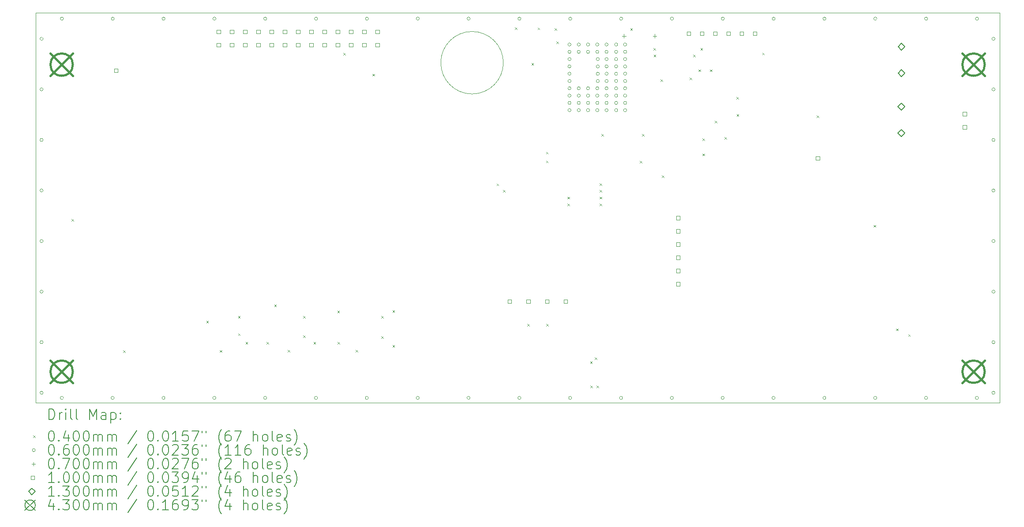
<source format=gbr>
%TF.GenerationSoftware,KiCad,Pcbnew,7.0.9*%
%TF.CreationDate,2023-12-07T14:08:02+01:00*%
%TF.ProjectId,ESP32-S3_flipdot,45535033-322d-4533-935f-666c6970646f,rev?*%
%TF.SameCoordinates,Original*%
%TF.FileFunction,Drillmap*%
%TF.FilePolarity,Positive*%
%FSLAX45Y45*%
G04 Gerber Fmt 4.5, Leading zero omitted, Abs format (unit mm)*
G04 Created by KiCad (PCBNEW 7.0.9) date 2023-12-07 14:08:02*
%MOMM*%
%LPD*%
G01*
G04 APERTURE LIST*
%ADD10C,0.100000*%
%ADD11C,0.200000*%
%ADD12C,0.130000*%
%ADD13C,0.430000*%
G04 APERTURE END LIST*
D10*
X5000000Y-5000000D02*
X23500000Y-5000000D01*
X23500000Y-12500000D01*
X5000000Y-12500000D01*
X5000000Y-5000000D01*
X13976000Y-5963000D02*
G75*
G03*
X13976000Y-5963000I-600000J0D01*
G01*
D11*
D10*
X5688000Y-8964000D02*
X5728000Y-9004000D01*
X5728000Y-8964000D02*
X5688000Y-9004000D01*
X6682000Y-11493000D02*
X6722000Y-11533000D01*
X6722000Y-11493000D02*
X6682000Y-11533000D01*
X8277000Y-10920000D02*
X8317000Y-10960000D01*
X8317000Y-10920000D02*
X8277000Y-10960000D01*
X8537000Y-11485000D02*
X8577000Y-11525000D01*
X8577000Y-11485000D02*
X8537000Y-11525000D01*
X8885000Y-10829000D02*
X8925000Y-10869000D01*
X8925000Y-10829000D02*
X8885000Y-10869000D01*
X8885000Y-11165000D02*
X8925000Y-11205000D01*
X8925000Y-11165000D02*
X8885000Y-11205000D01*
X9030000Y-11330000D02*
X9070000Y-11370000D01*
X9070000Y-11330000D02*
X9030000Y-11370000D01*
X9435000Y-11330000D02*
X9475000Y-11370000D01*
X9475000Y-11330000D02*
X9435000Y-11370000D01*
X9580000Y-10610000D02*
X9620000Y-10650000D01*
X9620000Y-10610000D02*
X9580000Y-10650000D01*
X9838750Y-11483000D02*
X9878750Y-11523000D01*
X9878750Y-11483000D02*
X9838750Y-11523000D01*
X10135000Y-10829000D02*
X10175000Y-10869000D01*
X10175000Y-10829000D02*
X10135000Y-10869000D01*
X10135000Y-11205000D02*
X10175000Y-11245000D01*
X10175000Y-11205000D02*
X10135000Y-11245000D01*
X10332550Y-11330000D02*
X10372550Y-11370000D01*
X10372550Y-11330000D02*
X10332550Y-11370000D01*
X10790000Y-10730000D02*
X10830000Y-10770000D01*
X10830000Y-10730000D02*
X10790000Y-10770000D01*
X10795000Y-11330000D02*
X10835000Y-11370000D01*
X10835000Y-11330000D02*
X10795000Y-11370000D01*
X10907000Y-5773500D02*
X10947000Y-5813500D01*
X10947000Y-5773500D02*
X10907000Y-5813500D01*
X11140500Y-11481000D02*
X11180500Y-11521000D01*
X11180500Y-11481000D02*
X11140500Y-11521000D01*
X11461000Y-6176500D02*
X11501000Y-6216500D01*
X11501000Y-6176500D02*
X11461000Y-6216500D01*
X11634000Y-10829000D02*
X11674000Y-10869000D01*
X11674000Y-10829000D02*
X11634000Y-10869000D01*
X11634000Y-11217500D02*
X11674000Y-11257500D01*
X11674000Y-11217500D02*
X11634000Y-11257500D01*
X11848424Y-11391050D02*
X11888424Y-11431050D01*
X11888424Y-11391050D02*
X11848424Y-11431050D01*
X11850000Y-10720000D02*
X11890000Y-10760000D01*
X11890000Y-10720000D02*
X11850000Y-10760000D01*
X13847500Y-8285000D02*
X13887500Y-8325000D01*
X13887500Y-8285000D02*
X13847500Y-8325000D01*
X13972500Y-8410000D02*
X14012500Y-8450000D01*
X14012500Y-8410000D02*
X13972500Y-8450000D01*
X14196000Y-5285000D02*
X14236000Y-5325000D01*
X14236000Y-5285000D02*
X14196000Y-5325000D01*
X14435000Y-10980000D02*
X14475000Y-11020000D01*
X14475000Y-10980000D02*
X14435000Y-11020000D01*
X14517000Y-5970000D02*
X14557000Y-6010000D01*
X14557000Y-5970000D02*
X14517000Y-6010000D01*
X14635000Y-5288000D02*
X14675000Y-5328000D01*
X14675000Y-5288000D02*
X14635000Y-5328000D01*
X14795000Y-7675000D02*
X14835000Y-7715000D01*
X14835000Y-7675000D02*
X14795000Y-7715000D01*
X14795000Y-7845000D02*
X14835000Y-7885000D01*
X14835000Y-7845000D02*
X14795000Y-7885000D01*
X14800000Y-10980000D02*
X14840000Y-11020000D01*
X14840000Y-10980000D02*
X14800000Y-11020000D01*
X14959000Y-5301000D02*
X14999000Y-5341000D01*
X14999000Y-5301000D02*
X14959000Y-5341000D01*
X14997500Y-5557500D02*
X15037500Y-5597500D01*
X15037500Y-5557500D02*
X14997500Y-5597500D01*
X15205000Y-8540000D02*
X15245000Y-8580000D01*
X15245000Y-8540000D02*
X15205000Y-8580000D01*
X15205000Y-8671000D02*
X15245000Y-8711000D01*
X15245000Y-8671000D02*
X15205000Y-8711000D01*
X15642500Y-11702500D02*
X15682500Y-11742500D01*
X15682500Y-11702500D02*
X15642500Y-11742500D01*
X15645000Y-12166000D02*
X15685000Y-12206000D01*
X15685000Y-12166000D02*
X15645000Y-12206000D01*
X15730000Y-11627500D02*
X15770000Y-11667500D01*
X15770000Y-11627500D02*
X15730000Y-11667500D01*
X15768000Y-12166000D02*
X15808000Y-12206000D01*
X15808000Y-12166000D02*
X15768000Y-12206000D01*
X15826000Y-8281000D02*
X15866000Y-8321000D01*
X15866000Y-8281000D02*
X15826000Y-8321000D01*
X15826000Y-8407000D02*
X15866000Y-8447000D01*
X15866000Y-8407000D02*
X15826000Y-8447000D01*
X15826000Y-8540000D02*
X15866000Y-8580000D01*
X15866000Y-8540000D02*
X15826000Y-8580000D01*
X15826000Y-8671000D02*
X15866000Y-8711000D01*
X15866000Y-8671000D02*
X15826000Y-8711000D01*
X15856000Y-7332000D02*
X15896000Y-7372000D01*
X15896000Y-7332000D02*
X15856000Y-7372000D01*
X16413000Y-5303000D02*
X16453000Y-5343000D01*
X16453000Y-5303000D02*
X16413000Y-5343000D01*
X16594000Y-7852000D02*
X16634000Y-7892000D01*
X16634000Y-7852000D02*
X16594000Y-7892000D01*
X16639000Y-7332000D02*
X16679000Y-7372000D01*
X16679000Y-7332000D02*
X16639000Y-7372000D01*
X16860000Y-5682500D02*
X16900000Y-5722500D01*
X16900000Y-5682500D02*
X16860000Y-5722500D01*
X16862000Y-5810000D02*
X16902000Y-5850000D01*
X16902000Y-5810000D02*
X16862000Y-5850000D01*
X16990000Y-6280000D02*
X17030000Y-6320000D01*
X17030000Y-6280000D02*
X16990000Y-6320000D01*
X17020000Y-8128000D02*
X17060000Y-8168000D01*
X17060000Y-8128000D02*
X17020000Y-8168000D01*
X17552500Y-6247500D02*
X17592500Y-6287500D01*
X17592500Y-6247500D02*
X17552500Y-6287500D01*
X17619000Y-5810000D02*
X17659000Y-5850000D01*
X17659000Y-5810000D02*
X17619000Y-5850000D01*
X17719000Y-6092000D02*
X17759000Y-6132000D01*
X17759000Y-6092000D02*
X17719000Y-6132000D01*
X17758000Y-5682500D02*
X17798000Y-5722500D01*
X17798000Y-5682500D02*
X17758000Y-5722500D01*
X17800000Y-7420000D02*
X17840000Y-7460000D01*
X17840000Y-7420000D02*
X17800000Y-7460000D01*
X17800000Y-7710000D02*
X17840000Y-7750000D01*
X17840000Y-7710000D02*
X17800000Y-7750000D01*
X17942000Y-6092000D02*
X17982000Y-6132000D01*
X17982000Y-6092000D02*
X17942000Y-6132000D01*
X18032000Y-7080000D02*
X18072000Y-7120000D01*
X18072000Y-7080000D02*
X18032000Y-7120000D01*
X18221000Y-7390000D02*
X18261000Y-7430000D01*
X18261000Y-7390000D02*
X18221000Y-7430000D01*
X18451000Y-6620000D02*
X18491000Y-6660000D01*
X18491000Y-6620000D02*
X18451000Y-6660000D01*
X18454000Y-6950000D02*
X18494000Y-6990000D01*
X18494000Y-6950000D02*
X18454000Y-6990000D01*
X18945000Y-5770000D02*
X18985000Y-5810000D01*
X18985000Y-5770000D02*
X18945000Y-5810000D01*
X19990000Y-6980000D02*
X20030000Y-7020000D01*
X20030000Y-6980000D02*
X19990000Y-7020000D01*
X21084000Y-9082000D02*
X21124000Y-9122000D01*
X21124000Y-9082000D02*
X21084000Y-9122000D01*
X21512000Y-11072000D02*
X21552000Y-11112000D01*
X21552000Y-11072000D02*
X21512000Y-11112000D01*
X21746000Y-11181000D02*
X21786000Y-11221000D01*
X21786000Y-11181000D02*
X21746000Y-11221000D01*
X5144000Y-5503286D02*
G75*
G03*
X5144000Y-5503286I-30000J0D01*
G01*
X5144000Y-6474857D02*
G75*
G03*
X5144000Y-6474857I-30000J0D01*
G01*
X5144000Y-7446429D02*
G75*
G03*
X5144000Y-7446429I-30000J0D01*
G01*
X5144000Y-8418000D02*
G75*
G03*
X5144000Y-8418000I-30000J0D01*
G01*
X5144000Y-9389571D02*
G75*
G03*
X5144000Y-9389571I-30000J0D01*
G01*
X5144000Y-10361143D02*
G75*
G03*
X5144000Y-10361143I-30000J0D01*
G01*
X5144000Y-11332714D02*
G75*
G03*
X5144000Y-11332714I-30000J0D01*
G01*
X5144000Y-12304286D02*
G75*
G03*
X5144000Y-12304286I-30000J0D01*
G01*
X5533056Y-12403000D02*
G75*
G03*
X5533056Y-12403000I-30000J0D01*
G01*
X5534611Y-5116000D02*
G75*
G03*
X5534611Y-5116000I-30000J0D01*
G01*
X6508667Y-12403000D02*
G75*
G03*
X6508667Y-12403000I-30000J0D01*
G01*
X6510222Y-5116000D02*
G75*
G03*
X6510222Y-5116000I-30000J0D01*
G01*
X7484278Y-12403000D02*
G75*
G03*
X7484278Y-12403000I-30000J0D01*
G01*
X7485833Y-5116000D02*
G75*
G03*
X7485833Y-5116000I-30000J0D01*
G01*
X8459889Y-12403000D02*
G75*
G03*
X8459889Y-12403000I-30000J0D01*
G01*
X8461445Y-5116000D02*
G75*
G03*
X8461445Y-5116000I-30000J0D01*
G01*
X9435500Y-12403000D02*
G75*
G03*
X9435500Y-12403000I-30000J0D01*
G01*
X9437056Y-5116000D02*
G75*
G03*
X9437056Y-5116000I-30000J0D01*
G01*
X10411111Y-12403000D02*
G75*
G03*
X10411111Y-12403000I-30000J0D01*
G01*
X10412667Y-5116000D02*
G75*
G03*
X10412667Y-5116000I-30000J0D01*
G01*
X11386722Y-12403000D02*
G75*
G03*
X11386722Y-12403000I-30000J0D01*
G01*
X11388278Y-5116000D02*
G75*
G03*
X11388278Y-5116000I-30000J0D01*
G01*
X12362333Y-12403000D02*
G75*
G03*
X12362333Y-12403000I-30000J0D01*
G01*
X12363889Y-5116000D02*
G75*
G03*
X12363889Y-5116000I-30000J0D01*
G01*
X13337944Y-12403000D02*
G75*
G03*
X13337944Y-12403000I-30000J0D01*
G01*
X13339500Y-5116000D02*
G75*
G03*
X13339500Y-5116000I-30000J0D01*
G01*
X14313556Y-12403000D02*
G75*
G03*
X14313556Y-12403000I-30000J0D01*
G01*
X14315111Y-5116000D02*
G75*
G03*
X14315111Y-5116000I-30000J0D01*
G01*
X15275450Y-5613000D02*
G75*
G03*
X15275450Y-5613000I-30000J0D01*
G01*
X15275450Y-5753222D02*
G75*
G03*
X15275450Y-5753222I-30000J0D01*
G01*
X15275450Y-5893444D02*
G75*
G03*
X15275450Y-5893444I-30000J0D01*
G01*
X15275450Y-6033667D02*
G75*
G03*
X15275450Y-6033667I-30000J0D01*
G01*
X15275450Y-6173889D02*
G75*
G03*
X15275450Y-6173889I-30000J0D01*
G01*
X15275450Y-6314111D02*
G75*
G03*
X15275450Y-6314111I-30000J0D01*
G01*
X15275450Y-6454333D02*
G75*
G03*
X15275450Y-6454333I-30000J0D01*
G01*
X15275450Y-6594555D02*
G75*
G03*
X15275450Y-6594555I-30000J0D01*
G01*
X15275450Y-6734778D02*
G75*
G03*
X15275450Y-6734778I-30000J0D01*
G01*
X15275450Y-6875000D02*
G75*
G03*
X15275450Y-6875000I-30000J0D01*
G01*
X15289167Y-12403000D02*
G75*
G03*
X15289167Y-12403000I-30000J0D01*
G01*
X15290722Y-5116000D02*
G75*
G03*
X15290722Y-5116000I-30000J0D01*
G01*
X15453375Y-5613000D02*
G75*
G03*
X15453375Y-5613000I-30000J0D01*
G01*
X15453375Y-5753222D02*
G75*
G03*
X15453375Y-5753222I-30000J0D01*
G01*
X15453375Y-6454333D02*
G75*
G03*
X15453375Y-6454333I-30000J0D01*
G01*
X15453375Y-6594555D02*
G75*
G03*
X15453375Y-6594555I-30000J0D01*
G01*
X15453375Y-6734778D02*
G75*
G03*
X15453375Y-6734778I-30000J0D01*
G01*
X15453375Y-6875000D02*
G75*
G03*
X15453375Y-6875000I-30000J0D01*
G01*
X15631300Y-5613000D02*
G75*
G03*
X15631300Y-5613000I-30000J0D01*
G01*
X15631300Y-5753222D02*
G75*
G03*
X15631300Y-5753222I-30000J0D01*
G01*
X15631300Y-6454333D02*
G75*
G03*
X15631300Y-6454333I-30000J0D01*
G01*
X15631300Y-6594555D02*
G75*
G03*
X15631300Y-6594555I-30000J0D01*
G01*
X15631300Y-6734778D02*
G75*
G03*
X15631300Y-6734778I-30000J0D01*
G01*
X15631300Y-6875000D02*
G75*
G03*
X15631300Y-6875000I-30000J0D01*
G01*
X15809225Y-5613000D02*
G75*
G03*
X15809225Y-5613000I-30000J0D01*
G01*
X15809225Y-5753222D02*
G75*
G03*
X15809225Y-5753222I-30000J0D01*
G01*
X15809225Y-6454333D02*
G75*
G03*
X15809225Y-6454333I-30000J0D01*
G01*
X15809225Y-6594555D02*
G75*
G03*
X15809225Y-6594555I-30000J0D01*
G01*
X15809225Y-6734778D02*
G75*
G03*
X15809225Y-6734778I-30000J0D01*
G01*
X15809225Y-6875000D02*
G75*
G03*
X15809225Y-6875000I-30000J0D01*
G01*
X15819000Y-5894333D02*
G75*
G03*
X15819000Y-5894333I-30000J0D01*
G01*
X15819000Y-6034556D02*
G75*
G03*
X15819000Y-6034556I-30000J0D01*
G01*
X15819000Y-6174778D02*
G75*
G03*
X15819000Y-6174778I-30000J0D01*
G01*
X15819000Y-6315000D02*
G75*
G03*
X15819000Y-6315000I-30000J0D01*
G01*
X15987150Y-5613000D02*
G75*
G03*
X15987150Y-5613000I-30000J0D01*
G01*
X15987150Y-5753222D02*
G75*
G03*
X15987150Y-5753222I-30000J0D01*
G01*
X15987150Y-5893444D02*
G75*
G03*
X15987150Y-5893444I-30000J0D01*
G01*
X15987150Y-6033667D02*
G75*
G03*
X15987150Y-6033667I-30000J0D01*
G01*
X15987150Y-6173889D02*
G75*
G03*
X15987150Y-6173889I-30000J0D01*
G01*
X15987150Y-6314111D02*
G75*
G03*
X15987150Y-6314111I-30000J0D01*
G01*
X15987150Y-6454333D02*
G75*
G03*
X15987150Y-6454333I-30000J0D01*
G01*
X15987150Y-6594555D02*
G75*
G03*
X15987150Y-6594555I-30000J0D01*
G01*
X15987150Y-6734778D02*
G75*
G03*
X15987150Y-6734778I-30000J0D01*
G01*
X15987150Y-6875000D02*
G75*
G03*
X15987150Y-6875000I-30000J0D01*
G01*
X16171075Y-5613000D02*
G75*
G03*
X16171075Y-5613000I-30000J0D01*
G01*
X16171075Y-5753222D02*
G75*
G03*
X16171075Y-5753222I-30000J0D01*
G01*
X16171075Y-5893444D02*
G75*
G03*
X16171075Y-5893444I-30000J0D01*
G01*
X16171075Y-6033667D02*
G75*
G03*
X16171075Y-6033667I-30000J0D01*
G01*
X16171075Y-6173889D02*
G75*
G03*
X16171075Y-6173889I-30000J0D01*
G01*
X16171075Y-6314111D02*
G75*
G03*
X16171075Y-6314111I-30000J0D01*
G01*
X16171075Y-6454333D02*
G75*
G03*
X16171075Y-6454333I-30000J0D01*
G01*
X16171075Y-6594555D02*
G75*
G03*
X16171075Y-6594555I-30000J0D01*
G01*
X16171075Y-6734778D02*
G75*
G03*
X16171075Y-6734778I-30000J0D01*
G01*
X16171075Y-6875000D02*
G75*
G03*
X16171075Y-6875000I-30000J0D01*
G01*
X16264778Y-12403000D02*
G75*
G03*
X16264778Y-12403000I-30000J0D01*
G01*
X16266333Y-5116000D02*
G75*
G03*
X16266333Y-5116000I-30000J0D01*
G01*
X16343000Y-5613000D02*
G75*
G03*
X16343000Y-5613000I-30000J0D01*
G01*
X16343000Y-5753222D02*
G75*
G03*
X16343000Y-5753222I-30000J0D01*
G01*
X16343000Y-5893444D02*
G75*
G03*
X16343000Y-5893444I-30000J0D01*
G01*
X16343000Y-6033667D02*
G75*
G03*
X16343000Y-6033667I-30000J0D01*
G01*
X16343000Y-6173889D02*
G75*
G03*
X16343000Y-6173889I-30000J0D01*
G01*
X16343000Y-6314111D02*
G75*
G03*
X16343000Y-6314111I-30000J0D01*
G01*
X16343000Y-6454333D02*
G75*
G03*
X16343000Y-6454333I-30000J0D01*
G01*
X16343000Y-6594555D02*
G75*
G03*
X16343000Y-6594555I-30000J0D01*
G01*
X16343000Y-6734778D02*
G75*
G03*
X16343000Y-6734778I-30000J0D01*
G01*
X16343000Y-6875000D02*
G75*
G03*
X16343000Y-6875000I-30000J0D01*
G01*
X17240389Y-12403000D02*
G75*
G03*
X17240389Y-12403000I-30000J0D01*
G01*
X17241945Y-5116000D02*
G75*
G03*
X17241945Y-5116000I-30000J0D01*
G01*
X18216000Y-12403000D02*
G75*
G03*
X18216000Y-12403000I-30000J0D01*
G01*
X18217556Y-5116000D02*
G75*
G03*
X18217556Y-5116000I-30000J0D01*
G01*
X19191611Y-12403000D02*
G75*
G03*
X19191611Y-12403000I-30000J0D01*
G01*
X19193167Y-5116000D02*
G75*
G03*
X19193167Y-5116000I-30000J0D01*
G01*
X20167222Y-12403000D02*
G75*
G03*
X20167222Y-12403000I-30000J0D01*
G01*
X20168778Y-5116000D02*
G75*
G03*
X20168778Y-5116000I-30000J0D01*
G01*
X21142833Y-12403000D02*
G75*
G03*
X21142833Y-12403000I-30000J0D01*
G01*
X21144389Y-5116000D02*
G75*
G03*
X21144389Y-5116000I-30000J0D01*
G01*
X22118444Y-12403000D02*
G75*
G03*
X22118444Y-12403000I-30000J0D01*
G01*
X22120000Y-5116000D02*
G75*
G03*
X22120000Y-5116000I-30000J0D01*
G01*
X23094056Y-12403000D02*
G75*
G03*
X23094056Y-12403000I-30000J0D01*
G01*
X23095611Y-5116000D02*
G75*
G03*
X23095611Y-5116000I-30000J0D01*
G01*
X23412000Y-5503286D02*
G75*
G03*
X23412000Y-5503286I-30000J0D01*
G01*
X23412000Y-6474857D02*
G75*
G03*
X23412000Y-6474857I-30000J0D01*
G01*
X23412000Y-7446429D02*
G75*
G03*
X23412000Y-7446429I-30000J0D01*
G01*
X23412000Y-8418000D02*
G75*
G03*
X23412000Y-8418000I-30000J0D01*
G01*
X23412000Y-9389571D02*
G75*
G03*
X23412000Y-9389571I-30000J0D01*
G01*
X23412000Y-10361143D02*
G75*
G03*
X23412000Y-10361143I-30000J0D01*
G01*
X23412000Y-11332714D02*
G75*
G03*
X23412000Y-11332714I-30000J0D01*
G01*
X23412000Y-12304286D02*
G75*
G03*
X23412000Y-12304286I-30000J0D01*
G01*
X16293000Y-5413000D02*
X16293000Y-5483000D01*
X16258000Y-5448000D02*
X16328000Y-5448000D01*
X16882000Y-5413000D02*
X16882000Y-5483000D01*
X16847000Y-5448000D02*
X16917000Y-5448000D01*
X6580356Y-6150356D02*
X6580356Y-6079644D01*
X6509644Y-6079644D01*
X6509644Y-6150356D01*
X6580356Y-6150356D01*
X8548856Y-5401856D02*
X8548856Y-5331144D01*
X8478144Y-5331144D01*
X8478144Y-5401856D01*
X8548856Y-5401856D01*
X8548856Y-5655856D02*
X8548856Y-5585144D01*
X8478144Y-5585144D01*
X8478144Y-5655856D01*
X8548856Y-5655856D01*
X8802856Y-5401856D02*
X8802856Y-5331144D01*
X8732144Y-5331144D01*
X8732144Y-5401856D01*
X8802856Y-5401856D01*
X8802856Y-5655856D02*
X8802856Y-5585144D01*
X8732144Y-5585144D01*
X8732144Y-5655856D01*
X8802856Y-5655856D01*
X9056856Y-5401856D02*
X9056856Y-5331144D01*
X8986144Y-5331144D01*
X8986144Y-5401856D01*
X9056856Y-5401856D01*
X9056856Y-5655856D02*
X9056856Y-5585144D01*
X8986144Y-5585144D01*
X8986144Y-5655856D01*
X9056856Y-5655856D01*
X9310856Y-5401856D02*
X9310856Y-5331144D01*
X9240144Y-5331144D01*
X9240144Y-5401856D01*
X9310856Y-5401856D01*
X9310856Y-5655856D02*
X9310856Y-5585144D01*
X9240144Y-5585144D01*
X9240144Y-5655856D01*
X9310856Y-5655856D01*
X9564856Y-5401856D02*
X9564856Y-5331144D01*
X9494144Y-5331144D01*
X9494144Y-5401856D01*
X9564856Y-5401856D01*
X9564856Y-5655856D02*
X9564856Y-5585144D01*
X9494144Y-5585144D01*
X9494144Y-5655856D01*
X9564856Y-5655856D01*
X9818856Y-5401856D02*
X9818856Y-5331144D01*
X9748144Y-5331144D01*
X9748144Y-5401856D01*
X9818856Y-5401856D01*
X9818856Y-5655856D02*
X9818856Y-5585144D01*
X9748144Y-5585144D01*
X9748144Y-5655856D01*
X9818856Y-5655856D01*
X10072856Y-5401856D02*
X10072856Y-5331144D01*
X10002144Y-5331144D01*
X10002144Y-5401856D01*
X10072856Y-5401856D01*
X10072856Y-5655856D02*
X10072856Y-5585144D01*
X10002144Y-5585144D01*
X10002144Y-5655856D01*
X10072856Y-5655856D01*
X10326856Y-5401856D02*
X10326856Y-5331144D01*
X10256144Y-5331144D01*
X10256144Y-5401856D01*
X10326856Y-5401856D01*
X10326856Y-5655856D02*
X10326856Y-5585144D01*
X10256144Y-5585144D01*
X10256144Y-5655856D01*
X10326856Y-5655856D01*
X10580856Y-5401856D02*
X10580856Y-5331144D01*
X10510144Y-5331144D01*
X10510144Y-5401856D01*
X10580856Y-5401856D01*
X10580856Y-5655856D02*
X10580856Y-5585144D01*
X10510144Y-5585144D01*
X10510144Y-5655856D01*
X10580856Y-5655856D01*
X10834856Y-5401856D02*
X10834856Y-5331144D01*
X10764144Y-5331144D01*
X10764144Y-5401856D01*
X10834856Y-5401856D01*
X10834856Y-5655856D02*
X10834856Y-5585144D01*
X10764144Y-5585144D01*
X10764144Y-5655856D01*
X10834856Y-5655856D01*
X11088856Y-5401856D02*
X11088856Y-5331144D01*
X11018144Y-5331144D01*
X11018144Y-5401856D01*
X11088856Y-5401856D01*
X11088856Y-5655856D02*
X11088856Y-5585144D01*
X11018144Y-5585144D01*
X11018144Y-5655856D01*
X11088856Y-5655856D01*
X11342856Y-5401856D02*
X11342856Y-5331144D01*
X11272144Y-5331144D01*
X11272144Y-5401856D01*
X11342856Y-5401856D01*
X11342856Y-5655856D02*
X11342856Y-5585144D01*
X11272144Y-5585144D01*
X11272144Y-5655856D01*
X11342856Y-5655856D01*
X11596856Y-5401856D02*
X11596856Y-5331144D01*
X11526144Y-5331144D01*
X11526144Y-5401856D01*
X11596856Y-5401856D01*
X11596856Y-5655856D02*
X11596856Y-5585144D01*
X11526144Y-5585144D01*
X11526144Y-5655856D01*
X11596856Y-5655856D01*
X14132022Y-10585356D02*
X14132022Y-10514644D01*
X14061311Y-10514644D01*
X14061311Y-10585356D01*
X14132022Y-10585356D01*
X14490356Y-10585356D02*
X14490356Y-10514644D01*
X14419644Y-10514644D01*
X14419644Y-10585356D01*
X14490356Y-10585356D01*
X14848689Y-10585356D02*
X14848689Y-10514644D01*
X14777978Y-10514644D01*
X14777978Y-10585356D01*
X14848689Y-10585356D01*
X15207022Y-10585356D02*
X15207022Y-10514644D01*
X15136311Y-10514644D01*
X15136311Y-10585356D01*
X15207022Y-10585356D01*
X17365356Y-8979356D02*
X17365356Y-8908644D01*
X17294644Y-8908644D01*
X17294644Y-8979356D01*
X17365356Y-8979356D01*
X17365356Y-9233356D02*
X17365356Y-9162644D01*
X17294644Y-9162644D01*
X17294644Y-9233356D01*
X17365356Y-9233356D01*
X17365356Y-9487356D02*
X17365356Y-9416644D01*
X17294644Y-9416644D01*
X17294644Y-9487356D01*
X17365356Y-9487356D01*
X17365356Y-9741356D02*
X17365356Y-9670644D01*
X17294644Y-9670644D01*
X17294644Y-9741356D01*
X17365356Y-9741356D01*
X17365356Y-9995356D02*
X17365356Y-9924644D01*
X17294644Y-9924644D01*
X17294644Y-9995356D01*
X17365356Y-9995356D01*
X17365356Y-10249356D02*
X17365356Y-10178644D01*
X17294644Y-10178644D01*
X17294644Y-10249356D01*
X17365356Y-10249356D01*
X17571356Y-5435356D02*
X17571356Y-5364644D01*
X17500644Y-5364644D01*
X17500644Y-5435356D01*
X17571356Y-5435356D01*
X17825356Y-5435356D02*
X17825356Y-5364644D01*
X17754644Y-5364644D01*
X17754644Y-5435356D01*
X17825356Y-5435356D01*
X18079356Y-5435356D02*
X18079356Y-5364644D01*
X18008644Y-5364644D01*
X18008644Y-5435356D01*
X18079356Y-5435356D01*
X18333356Y-5435356D02*
X18333356Y-5364644D01*
X18262644Y-5364644D01*
X18262644Y-5435356D01*
X18333356Y-5435356D01*
X18587356Y-5435356D02*
X18587356Y-5364644D01*
X18516644Y-5364644D01*
X18516644Y-5435356D01*
X18587356Y-5435356D01*
X18841356Y-5435356D02*
X18841356Y-5364644D01*
X18770644Y-5364644D01*
X18770644Y-5435356D01*
X18841356Y-5435356D01*
X20045356Y-7835356D02*
X20045356Y-7764644D01*
X19974644Y-7764644D01*
X19974644Y-7835356D01*
X20045356Y-7835356D01*
X22865356Y-6981356D02*
X22865356Y-6910644D01*
X22794644Y-6910644D01*
X22794644Y-6981356D01*
X22865356Y-6981356D01*
X22865356Y-7235356D02*
X22865356Y-7164644D01*
X22794644Y-7164644D01*
X22794644Y-7235356D01*
X22865356Y-7235356D01*
D12*
X21614000Y-6871000D02*
X21679000Y-6806000D01*
X21614000Y-6741000D01*
X21549000Y-6806000D01*
X21614000Y-6871000D01*
X21614000Y-7379000D02*
X21679000Y-7314000D01*
X21614000Y-7249000D01*
X21549000Y-7314000D01*
X21614000Y-7379000D01*
X21616000Y-5720000D02*
X21681000Y-5655000D01*
X21616000Y-5590000D01*
X21551000Y-5655000D01*
X21616000Y-5720000D01*
X21616000Y-6228000D02*
X21681000Y-6163000D01*
X21616000Y-6098000D01*
X21551000Y-6163000D01*
X21616000Y-6228000D01*
D13*
X5285000Y-5785000D02*
X5715000Y-6215000D01*
X5715000Y-5785000D02*
X5285000Y-6215000D01*
X5715000Y-6000000D02*
G75*
G03*
X5715000Y-6000000I-215000J0D01*
G01*
X5285000Y-11685000D02*
X5715000Y-12115000D01*
X5715000Y-11685000D02*
X5285000Y-12115000D01*
X5715000Y-11900000D02*
G75*
G03*
X5715000Y-11900000I-215000J0D01*
G01*
X22785000Y-5785000D02*
X23215000Y-6215000D01*
X23215000Y-5785000D02*
X22785000Y-6215000D01*
X23215000Y-6000000D02*
G75*
G03*
X23215000Y-6000000I-215000J0D01*
G01*
X22785000Y-11685000D02*
X23215000Y-12115000D01*
X23215000Y-11685000D02*
X22785000Y-12115000D01*
X23215000Y-11900000D02*
G75*
G03*
X23215000Y-11900000I-215000J0D01*
G01*
D11*
X5255777Y-12816484D02*
X5255777Y-12616484D01*
X5255777Y-12616484D02*
X5303396Y-12616484D01*
X5303396Y-12616484D02*
X5331967Y-12626008D01*
X5331967Y-12626008D02*
X5351015Y-12645055D01*
X5351015Y-12645055D02*
X5360539Y-12664103D01*
X5360539Y-12664103D02*
X5370063Y-12702198D01*
X5370063Y-12702198D02*
X5370063Y-12730769D01*
X5370063Y-12730769D02*
X5360539Y-12768865D01*
X5360539Y-12768865D02*
X5351015Y-12787912D01*
X5351015Y-12787912D02*
X5331967Y-12806960D01*
X5331967Y-12806960D02*
X5303396Y-12816484D01*
X5303396Y-12816484D02*
X5255777Y-12816484D01*
X5455777Y-12816484D02*
X5455777Y-12683150D01*
X5455777Y-12721246D02*
X5465301Y-12702198D01*
X5465301Y-12702198D02*
X5474824Y-12692674D01*
X5474824Y-12692674D02*
X5493872Y-12683150D01*
X5493872Y-12683150D02*
X5512920Y-12683150D01*
X5579586Y-12816484D02*
X5579586Y-12683150D01*
X5579586Y-12616484D02*
X5570063Y-12626008D01*
X5570063Y-12626008D02*
X5579586Y-12635531D01*
X5579586Y-12635531D02*
X5589110Y-12626008D01*
X5589110Y-12626008D02*
X5579586Y-12616484D01*
X5579586Y-12616484D02*
X5579586Y-12635531D01*
X5703396Y-12816484D02*
X5684348Y-12806960D01*
X5684348Y-12806960D02*
X5674824Y-12787912D01*
X5674824Y-12787912D02*
X5674824Y-12616484D01*
X5808158Y-12816484D02*
X5789110Y-12806960D01*
X5789110Y-12806960D02*
X5779586Y-12787912D01*
X5779586Y-12787912D02*
X5779586Y-12616484D01*
X6036729Y-12816484D02*
X6036729Y-12616484D01*
X6036729Y-12616484D02*
X6103396Y-12759341D01*
X6103396Y-12759341D02*
X6170062Y-12616484D01*
X6170062Y-12616484D02*
X6170062Y-12816484D01*
X6351015Y-12816484D02*
X6351015Y-12711722D01*
X6351015Y-12711722D02*
X6341491Y-12692674D01*
X6341491Y-12692674D02*
X6322443Y-12683150D01*
X6322443Y-12683150D02*
X6284348Y-12683150D01*
X6284348Y-12683150D02*
X6265301Y-12692674D01*
X6351015Y-12806960D02*
X6331967Y-12816484D01*
X6331967Y-12816484D02*
X6284348Y-12816484D01*
X6284348Y-12816484D02*
X6265301Y-12806960D01*
X6265301Y-12806960D02*
X6255777Y-12787912D01*
X6255777Y-12787912D02*
X6255777Y-12768865D01*
X6255777Y-12768865D02*
X6265301Y-12749817D01*
X6265301Y-12749817D02*
X6284348Y-12740293D01*
X6284348Y-12740293D02*
X6331967Y-12740293D01*
X6331967Y-12740293D02*
X6351015Y-12730769D01*
X6446253Y-12683150D02*
X6446253Y-12883150D01*
X6446253Y-12692674D02*
X6465301Y-12683150D01*
X6465301Y-12683150D02*
X6503396Y-12683150D01*
X6503396Y-12683150D02*
X6522443Y-12692674D01*
X6522443Y-12692674D02*
X6531967Y-12702198D01*
X6531967Y-12702198D02*
X6541491Y-12721246D01*
X6541491Y-12721246D02*
X6541491Y-12778388D01*
X6541491Y-12778388D02*
X6531967Y-12797436D01*
X6531967Y-12797436D02*
X6522443Y-12806960D01*
X6522443Y-12806960D02*
X6503396Y-12816484D01*
X6503396Y-12816484D02*
X6465301Y-12816484D01*
X6465301Y-12816484D02*
X6446253Y-12806960D01*
X6627205Y-12797436D02*
X6636729Y-12806960D01*
X6636729Y-12806960D02*
X6627205Y-12816484D01*
X6627205Y-12816484D02*
X6617682Y-12806960D01*
X6617682Y-12806960D02*
X6627205Y-12797436D01*
X6627205Y-12797436D02*
X6627205Y-12816484D01*
X6627205Y-12692674D02*
X6636729Y-12702198D01*
X6636729Y-12702198D02*
X6627205Y-12711722D01*
X6627205Y-12711722D02*
X6617682Y-12702198D01*
X6617682Y-12702198D02*
X6627205Y-12692674D01*
X6627205Y-12692674D02*
X6627205Y-12711722D01*
D10*
X4955000Y-13125000D02*
X4995000Y-13165000D01*
X4995000Y-13125000D02*
X4955000Y-13165000D01*
D11*
X5293872Y-13036484D02*
X5312920Y-13036484D01*
X5312920Y-13036484D02*
X5331967Y-13046008D01*
X5331967Y-13046008D02*
X5341491Y-13055531D01*
X5341491Y-13055531D02*
X5351015Y-13074579D01*
X5351015Y-13074579D02*
X5360539Y-13112674D01*
X5360539Y-13112674D02*
X5360539Y-13160293D01*
X5360539Y-13160293D02*
X5351015Y-13198388D01*
X5351015Y-13198388D02*
X5341491Y-13217436D01*
X5341491Y-13217436D02*
X5331967Y-13226960D01*
X5331967Y-13226960D02*
X5312920Y-13236484D01*
X5312920Y-13236484D02*
X5293872Y-13236484D01*
X5293872Y-13236484D02*
X5274824Y-13226960D01*
X5274824Y-13226960D02*
X5265301Y-13217436D01*
X5265301Y-13217436D02*
X5255777Y-13198388D01*
X5255777Y-13198388D02*
X5246253Y-13160293D01*
X5246253Y-13160293D02*
X5246253Y-13112674D01*
X5246253Y-13112674D02*
X5255777Y-13074579D01*
X5255777Y-13074579D02*
X5265301Y-13055531D01*
X5265301Y-13055531D02*
X5274824Y-13046008D01*
X5274824Y-13046008D02*
X5293872Y-13036484D01*
X5446253Y-13217436D02*
X5455777Y-13226960D01*
X5455777Y-13226960D02*
X5446253Y-13236484D01*
X5446253Y-13236484D02*
X5436729Y-13226960D01*
X5436729Y-13226960D02*
X5446253Y-13217436D01*
X5446253Y-13217436D02*
X5446253Y-13236484D01*
X5627205Y-13103150D02*
X5627205Y-13236484D01*
X5579586Y-13026960D02*
X5531967Y-13169817D01*
X5531967Y-13169817D02*
X5655777Y-13169817D01*
X5770062Y-13036484D02*
X5789110Y-13036484D01*
X5789110Y-13036484D02*
X5808158Y-13046008D01*
X5808158Y-13046008D02*
X5817682Y-13055531D01*
X5817682Y-13055531D02*
X5827205Y-13074579D01*
X5827205Y-13074579D02*
X5836729Y-13112674D01*
X5836729Y-13112674D02*
X5836729Y-13160293D01*
X5836729Y-13160293D02*
X5827205Y-13198388D01*
X5827205Y-13198388D02*
X5817682Y-13217436D01*
X5817682Y-13217436D02*
X5808158Y-13226960D01*
X5808158Y-13226960D02*
X5789110Y-13236484D01*
X5789110Y-13236484D02*
X5770062Y-13236484D01*
X5770062Y-13236484D02*
X5751015Y-13226960D01*
X5751015Y-13226960D02*
X5741491Y-13217436D01*
X5741491Y-13217436D02*
X5731967Y-13198388D01*
X5731967Y-13198388D02*
X5722443Y-13160293D01*
X5722443Y-13160293D02*
X5722443Y-13112674D01*
X5722443Y-13112674D02*
X5731967Y-13074579D01*
X5731967Y-13074579D02*
X5741491Y-13055531D01*
X5741491Y-13055531D02*
X5751015Y-13046008D01*
X5751015Y-13046008D02*
X5770062Y-13036484D01*
X5960539Y-13036484D02*
X5979586Y-13036484D01*
X5979586Y-13036484D02*
X5998634Y-13046008D01*
X5998634Y-13046008D02*
X6008158Y-13055531D01*
X6008158Y-13055531D02*
X6017682Y-13074579D01*
X6017682Y-13074579D02*
X6027205Y-13112674D01*
X6027205Y-13112674D02*
X6027205Y-13160293D01*
X6027205Y-13160293D02*
X6017682Y-13198388D01*
X6017682Y-13198388D02*
X6008158Y-13217436D01*
X6008158Y-13217436D02*
X5998634Y-13226960D01*
X5998634Y-13226960D02*
X5979586Y-13236484D01*
X5979586Y-13236484D02*
X5960539Y-13236484D01*
X5960539Y-13236484D02*
X5941491Y-13226960D01*
X5941491Y-13226960D02*
X5931967Y-13217436D01*
X5931967Y-13217436D02*
X5922443Y-13198388D01*
X5922443Y-13198388D02*
X5912920Y-13160293D01*
X5912920Y-13160293D02*
X5912920Y-13112674D01*
X5912920Y-13112674D02*
X5922443Y-13074579D01*
X5922443Y-13074579D02*
X5931967Y-13055531D01*
X5931967Y-13055531D02*
X5941491Y-13046008D01*
X5941491Y-13046008D02*
X5960539Y-13036484D01*
X6112920Y-13236484D02*
X6112920Y-13103150D01*
X6112920Y-13122198D02*
X6122443Y-13112674D01*
X6122443Y-13112674D02*
X6141491Y-13103150D01*
X6141491Y-13103150D02*
X6170063Y-13103150D01*
X6170063Y-13103150D02*
X6189110Y-13112674D01*
X6189110Y-13112674D02*
X6198634Y-13131722D01*
X6198634Y-13131722D02*
X6198634Y-13236484D01*
X6198634Y-13131722D02*
X6208158Y-13112674D01*
X6208158Y-13112674D02*
X6227205Y-13103150D01*
X6227205Y-13103150D02*
X6255777Y-13103150D01*
X6255777Y-13103150D02*
X6274824Y-13112674D01*
X6274824Y-13112674D02*
X6284348Y-13131722D01*
X6284348Y-13131722D02*
X6284348Y-13236484D01*
X6379586Y-13236484D02*
X6379586Y-13103150D01*
X6379586Y-13122198D02*
X6389110Y-13112674D01*
X6389110Y-13112674D02*
X6408158Y-13103150D01*
X6408158Y-13103150D02*
X6436729Y-13103150D01*
X6436729Y-13103150D02*
X6455777Y-13112674D01*
X6455777Y-13112674D02*
X6465301Y-13131722D01*
X6465301Y-13131722D02*
X6465301Y-13236484D01*
X6465301Y-13131722D02*
X6474824Y-13112674D01*
X6474824Y-13112674D02*
X6493872Y-13103150D01*
X6493872Y-13103150D02*
X6522443Y-13103150D01*
X6522443Y-13103150D02*
X6541491Y-13112674D01*
X6541491Y-13112674D02*
X6551015Y-13131722D01*
X6551015Y-13131722D02*
X6551015Y-13236484D01*
X6941491Y-13026960D02*
X6770063Y-13284103D01*
X7198634Y-13036484D02*
X7217682Y-13036484D01*
X7217682Y-13036484D02*
X7236729Y-13046008D01*
X7236729Y-13046008D02*
X7246253Y-13055531D01*
X7246253Y-13055531D02*
X7255777Y-13074579D01*
X7255777Y-13074579D02*
X7265301Y-13112674D01*
X7265301Y-13112674D02*
X7265301Y-13160293D01*
X7265301Y-13160293D02*
X7255777Y-13198388D01*
X7255777Y-13198388D02*
X7246253Y-13217436D01*
X7246253Y-13217436D02*
X7236729Y-13226960D01*
X7236729Y-13226960D02*
X7217682Y-13236484D01*
X7217682Y-13236484D02*
X7198634Y-13236484D01*
X7198634Y-13236484D02*
X7179586Y-13226960D01*
X7179586Y-13226960D02*
X7170063Y-13217436D01*
X7170063Y-13217436D02*
X7160539Y-13198388D01*
X7160539Y-13198388D02*
X7151015Y-13160293D01*
X7151015Y-13160293D02*
X7151015Y-13112674D01*
X7151015Y-13112674D02*
X7160539Y-13074579D01*
X7160539Y-13074579D02*
X7170063Y-13055531D01*
X7170063Y-13055531D02*
X7179586Y-13046008D01*
X7179586Y-13046008D02*
X7198634Y-13036484D01*
X7351015Y-13217436D02*
X7360539Y-13226960D01*
X7360539Y-13226960D02*
X7351015Y-13236484D01*
X7351015Y-13236484D02*
X7341491Y-13226960D01*
X7341491Y-13226960D02*
X7351015Y-13217436D01*
X7351015Y-13217436D02*
X7351015Y-13236484D01*
X7484348Y-13036484D02*
X7503396Y-13036484D01*
X7503396Y-13036484D02*
X7522444Y-13046008D01*
X7522444Y-13046008D02*
X7531967Y-13055531D01*
X7531967Y-13055531D02*
X7541491Y-13074579D01*
X7541491Y-13074579D02*
X7551015Y-13112674D01*
X7551015Y-13112674D02*
X7551015Y-13160293D01*
X7551015Y-13160293D02*
X7541491Y-13198388D01*
X7541491Y-13198388D02*
X7531967Y-13217436D01*
X7531967Y-13217436D02*
X7522444Y-13226960D01*
X7522444Y-13226960D02*
X7503396Y-13236484D01*
X7503396Y-13236484D02*
X7484348Y-13236484D01*
X7484348Y-13236484D02*
X7465301Y-13226960D01*
X7465301Y-13226960D02*
X7455777Y-13217436D01*
X7455777Y-13217436D02*
X7446253Y-13198388D01*
X7446253Y-13198388D02*
X7436729Y-13160293D01*
X7436729Y-13160293D02*
X7436729Y-13112674D01*
X7436729Y-13112674D02*
X7446253Y-13074579D01*
X7446253Y-13074579D02*
X7455777Y-13055531D01*
X7455777Y-13055531D02*
X7465301Y-13046008D01*
X7465301Y-13046008D02*
X7484348Y-13036484D01*
X7741491Y-13236484D02*
X7627206Y-13236484D01*
X7684348Y-13236484D02*
X7684348Y-13036484D01*
X7684348Y-13036484D02*
X7665301Y-13065055D01*
X7665301Y-13065055D02*
X7646253Y-13084103D01*
X7646253Y-13084103D02*
X7627206Y-13093627D01*
X7922444Y-13036484D02*
X7827206Y-13036484D01*
X7827206Y-13036484D02*
X7817682Y-13131722D01*
X7817682Y-13131722D02*
X7827206Y-13122198D01*
X7827206Y-13122198D02*
X7846253Y-13112674D01*
X7846253Y-13112674D02*
X7893872Y-13112674D01*
X7893872Y-13112674D02*
X7912920Y-13122198D01*
X7912920Y-13122198D02*
X7922444Y-13131722D01*
X7922444Y-13131722D02*
X7931967Y-13150769D01*
X7931967Y-13150769D02*
X7931967Y-13198388D01*
X7931967Y-13198388D02*
X7922444Y-13217436D01*
X7922444Y-13217436D02*
X7912920Y-13226960D01*
X7912920Y-13226960D02*
X7893872Y-13236484D01*
X7893872Y-13236484D02*
X7846253Y-13236484D01*
X7846253Y-13236484D02*
X7827206Y-13226960D01*
X7827206Y-13226960D02*
X7817682Y-13217436D01*
X7998634Y-13036484D02*
X8131967Y-13036484D01*
X8131967Y-13036484D02*
X8046253Y-13236484D01*
X8198634Y-13036484D02*
X8198634Y-13074579D01*
X8274825Y-13036484D02*
X8274825Y-13074579D01*
X8570063Y-13312674D02*
X8560539Y-13303150D01*
X8560539Y-13303150D02*
X8541491Y-13274579D01*
X8541491Y-13274579D02*
X8531968Y-13255531D01*
X8531968Y-13255531D02*
X8522444Y-13226960D01*
X8522444Y-13226960D02*
X8512920Y-13179341D01*
X8512920Y-13179341D02*
X8512920Y-13141246D01*
X8512920Y-13141246D02*
X8522444Y-13093627D01*
X8522444Y-13093627D02*
X8531968Y-13065055D01*
X8531968Y-13065055D02*
X8541491Y-13046008D01*
X8541491Y-13046008D02*
X8560539Y-13017436D01*
X8560539Y-13017436D02*
X8570063Y-13007912D01*
X8731968Y-13036484D02*
X8693872Y-13036484D01*
X8693872Y-13036484D02*
X8674825Y-13046008D01*
X8674825Y-13046008D02*
X8665301Y-13055531D01*
X8665301Y-13055531D02*
X8646253Y-13084103D01*
X8646253Y-13084103D02*
X8636730Y-13122198D01*
X8636730Y-13122198D02*
X8636730Y-13198388D01*
X8636730Y-13198388D02*
X8646253Y-13217436D01*
X8646253Y-13217436D02*
X8655777Y-13226960D01*
X8655777Y-13226960D02*
X8674825Y-13236484D01*
X8674825Y-13236484D02*
X8712920Y-13236484D01*
X8712920Y-13236484D02*
X8731968Y-13226960D01*
X8731968Y-13226960D02*
X8741491Y-13217436D01*
X8741491Y-13217436D02*
X8751015Y-13198388D01*
X8751015Y-13198388D02*
X8751015Y-13150769D01*
X8751015Y-13150769D02*
X8741491Y-13131722D01*
X8741491Y-13131722D02*
X8731968Y-13122198D01*
X8731968Y-13122198D02*
X8712920Y-13112674D01*
X8712920Y-13112674D02*
X8674825Y-13112674D01*
X8674825Y-13112674D02*
X8655777Y-13122198D01*
X8655777Y-13122198D02*
X8646253Y-13131722D01*
X8646253Y-13131722D02*
X8636730Y-13150769D01*
X8817682Y-13036484D02*
X8951015Y-13036484D01*
X8951015Y-13036484D02*
X8865301Y-13236484D01*
X9179587Y-13236484D02*
X9179587Y-13036484D01*
X9265301Y-13236484D02*
X9265301Y-13131722D01*
X9265301Y-13131722D02*
X9255777Y-13112674D01*
X9255777Y-13112674D02*
X9236730Y-13103150D01*
X9236730Y-13103150D02*
X9208158Y-13103150D01*
X9208158Y-13103150D02*
X9189111Y-13112674D01*
X9189111Y-13112674D02*
X9179587Y-13122198D01*
X9389111Y-13236484D02*
X9370063Y-13226960D01*
X9370063Y-13226960D02*
X9360539Y-13217436D01*
X9360539Y-13217436D02*
X9351015Y-13198388D01*
X9351015Y-13198388D02*
X9351015Y-13141246D01*
X9351015Y-13141246D02*
X9360539Y-13122198D01*
X9360539Y-13122198D02*
X9370063Y-13112674D01*
X9370063Y-13112674D02*
X9389111Y-13103150D01*
X9389111Y-13103150D02*
X9417682Y-13103150D01*
X9417682Y-13103150D02*
X9436730Y-13112674D01*
X9436730Y-13112674D02*
X9446253Y-13122198D01*
X9446253Y-13122198D02*
X9455777Y-13141246D01*
X9455777Y-13141246D02*
X9455777Y-13198388D01*
X9455777Y-13198388D02*
X9446253Y-13217436D01*
X9446253Y-13217436D02*
X9436730Y-13226960D01*
X9436730Y-13226960D02*
X9417682Y-13236484D01*
X9417682Y-13236484D02*
X9389111Y-13236484D01*
X9570063Y-13236484D02*
X9551015Y-13226960D01*
X9551015Y-13226960D02*
X9541492Y-13207912D01*
X9541492Y-13207912D02*
X9541492Y-13036484D01*
X9722444Y-13226960D02*
X9703396Y-13236484D01*
X9703396Y-13236484D02*
X9665301Y-13236484D01*
X9665301Y-13236484D02*
X9646253Y-13226960D01*
X9646253Y-13226960D02*
X9636730Y-13207912D01*
X9636730Y-13207912D02*
X9636730Y-13131722D01*
X9636730Y-13131722D02*
X9646253Y-13112674D01*
X9646253Y-13112674D02*
X9665301Y-13103150D01*
X9665301Y-13103150D02*
X9703396Y-13103150D01*
X9703396Y-13103150D02*
X9722444Y-13112674D01*
X9722444Y-13112674D02*
X9731968Y-13131722D01*
X9731968Y-13131722D02*
X9731968Y-13150769D01*
X9731968Y-13150769D02*
X9636730Y-13169817D01*
X9808158Y-13226960D02*
X9827206Y-13236484D01*
X9827206Y-13236484D02*
X9865301Y-13236484D01*
X9865301Y-13236484D02*
X9884349Y-13226960D01*
X9884349Y-13226960D02*
X9893873Y-13207912D01*
X9893873Y-13207912D02*
X9893873Y-13198388D01*
X9893873Y-13198388D02*
X9884349Y-13179341D01*
X9884349Y-13179341D02*
X9865301Y-13169817D01*
X9865301Y-13169817D02*
X9836730Y-13169817D01*
X9836730Y-13169817D02*
X9817682Y-13160293D01*
X9817682Y-13160293D02*
X9808158Y-13141246D01*
X9808158Y-13141246D02*
X9808158Y-13131722D01*
X9808158Y-13131722D02*
X9817682Y-13112674D01*
X9817682Y-13112674D02*
X9836730Y-13103150D01*
X9836730Y-13103150D02*
X9865301Y-13103150D01*
X9865301Y-13103150D02*
X9884349Y-13112674D01*
X9960539Y-13312674D02*
X9970063Y-13303150D01*
X9970063Y-13303150D02*
X9989111Y-13274579D01*
X9989111Y-13274579D02*
X9998634Y-13255531D01*
X9998634Y-13255531D02*
X10008158Y-13226960D01*
X10008158Y-13226960D02*
X10017682Y-13179341D01*
X10017682Y-13179341D02*
X10017682Y-13141246D01*
X10017682Y-13141246D02*
X10008158Y-13093627D01*
X10008158Y-13093627D02*
X9998634Y-13065055D01*
X9998634Y-13065055D02*
X9989111Y-13046008D01*
X9989111Y-13046008D02*
X9970063Y-13017436D01*
X9970063Y-13017436D02*
X9960539Y-13007912D01*
D10*
X4995000Y-13409000D02*
G75*
G03*
X4995000Y-13409000I-30000J0D01*
G01*
D11*
X5293872Y-13300484D02*
X5312920Y-13300484D01*
X5312920Y-13300484D02*
X5331967Y-13310008D01*
X5331967Y-13310008D02*
X5341491Y-13319531D01*
X5341491Y-13319531D02*
X5351015Y-13338579D01*
X5351015Y-13338579D02*
X5360539Y-13376674D01*
X5360539Y-13376674D02*
X5360539Y-13424293D01*
X5360539Y-13424293D02*
X5351015Y-13462388D01*
X5351015Y-13462388D02*
X5341491Y-13481436D01*
X5341491Y-13481436D02*
X5331967Y-13490960D01*
X5331967Y-13490960D02*
X5312920Y-13500484D01*
X5312920Y-13500484D02*
X5293872Y-13500484D01*
X5293872Y-13500484D02*
X5274824Y-13490960D01*
X5274824Y-13490960D02*
X5265301Y-13481436D01*
X5265301Y-13481436D02*
X5255777Y-13462388D01*
X5255777Y-13462388D02*
X5246253Y-13424293D01*
X5246253Y-13424293D02*
X5246253Y-13376674D01*
X5246253Y-13376674D02*
X5255777Y-13338579D01*
X5255777Y-13338579D02*
X5265301Y-13319531D01*
X5265301Y-13319531D02*
X5274824Y-13310008D01*
X5274824Y-13310008D02*
X5293872Y-13300484D01*
X5446253Y-13481436D02*
X5455777Y-13490960D01*
X5455777Y-13490960D02*
X5446253Y-13500484D01*
X5446253Y-13500484D02*
X5436729Y-13490960D01*
X5436729Y-13490960D02*
X5446253Y-13481436D01*
X5446253Y-13481436D02*
X5446253Y-13500484D01*
X5627205Y-13300484D02*
X5589110Y-13300484D01*
X5589110Y-13300484D02*
X5570063Y-13310008D01*
X5570063Y-13310008D02*
X5560539Y-13319531D01*
X5560539Y-13319531D02*
X5541491Y-13348103D01*
X5541491Y-13348103D02*
X5531967Y-13386198D01*
X5531967Y-13386198D02*
X5531967Y-13462388D01*
X5531967Y-13462388D02*
X5541491Y-13481436D01*
X5541491Y-13481436D02*
X5551015Y-13490960D01*
X5551015Y-13490960D02*
X5570063Y-13500484D01*
X5570063Y-13500484D02*
X5608158Y-13500484D01*
X5608158Y-13500484D02*
X5627205Y-13490960D01*
X5627205Y-13490960D02*
X5636729Y-13481436D01*
X5636729Y-13481436D02*
X5646253Y-13462388D01*
X5646253Y-13462388D02*
X5646253Y-13414769D01*
X5646253Y-13414769D02*
X5636729Y-13395722D01*
X5636729Y-13395722D02*
X5627205Y-13386198D01*
X5627205Y-13386198D02*
X5608158Y-13376674D01*
X5608158Y-13376674D02*
X5570063Y-13376674D01*
X5570063Y-13376674D02*
X5551015Y-13386198D01*
X5551015Y-13386198D02*
X5541491Y-13395722D01*
X5541491Y-13395722D02*
X5531967Y-13414769D01*
X5770062Y-13300484D02*
X5789110Y-13300484D01*
X5789110Y-13300484D02*
X5808158Y-13310008D01*
X5808158Y-13310008D02*
X5817682Y-13319531D01*
X5817682Y-13319531D02*
X5827205Y-13338579D01*
X5827205Y-13338579D02*
X5836729Y-13376674D01*
X5836729Y-13376674D02*
X5836729Y-13424293D01*
X5836729Y-13424293D02*
X5827205Y-13462388D01*
X5827205Y-13462388D02*
X5817682Y-13481436D01*
X5817682Y-13481436D02*
X5808158Y-13490960D01*
X5808158Y-13490960D02*
X5789110Y-13500484D01*
X5789110Y-13500484D02*
X5770062Y-13500484D01*
X5770062Y-13500484D02*
X5751015Y-13490960D01*
X5751015Y-13490960D02*
X5741491Y-13481436D01*
X5741491Y-13481436D02*
X5731967Y-13462388D01*
X5731967Y-13462388D02*
X5722443Y-13424293D01*
X5722443Y-13424293D02*
X5722443Y-13376674D01*
X5722443Y-13376674D02*
X5731967Y-13338579D01*
X5731967Y-13338579D02*
X5741491Y-13319531D01*
X5741491Y-13319531D02*
X5751015Y-13310008D01*
X5751015Y-13310008D02*
X5770062Y-13300484D01*
X5960539Y-13300484D02*
X5979586Y-13300484D01*
X5979586Y-13300484D02*
X5998634Y-13310008D01*
X5998634Y-13310008D02*
X6008158Y-13319531D01*
X6008158Y-13319531D02*
X6017682Y-13338579D01*
X6017682Y-13338579D02*
X6027205Y-13376674D01*
X6027205Y-13376674D02*
X6027205Y-13424293D01*
X6027205Y-13424293D02*
X6017682Y-13462388D01*
X6017682Y-13462388D02*
X6008158Y-13481436D01*
X6008158Y-13481436D02*
X5998634Y-13490960D01*
X5998634Y-13490960D02*
X5979586Y-13500484D01*
X5979586Y-13500484D02*
X5960539Y-13500484D01*
X5960539Y-13500484D02*
X5941491Y-13490960D01*
X5941491Y-13490960D02*
X5931967Y-13481436D01*
X5931967Y-13481436D02*
X5922443Y-13462388D01*
X5922443Y-13462388D02*
X5912920Y-13424293D01*
X5912920Y-13424293D02*
X5912920Y-13376674D01*
X5912920Y-13376674D02*
X5922443Y-13338579D01*
X5922443Y-13338579D02*
X5931967Y-13319531D01*
X5931967Y-13319531D02*
X5941491Y-13310008D01*
X5941491Y-13310008D02*
X5960539Y-13300484D01*
X6112920Y-13500484D02*
X6112920Y-13367150D01*
X6112920Y-13386198D02*
X6122443Y-13376674D01*
X6122443Y-13376674D02*
X6141491Y-13367150D01*
X6141491Y-13367150D02*
X6170063Y-13367150D01*
X6170063Y-13367150D02*
X6189110Y-13376674D01*
X6189110Y-13376674D02*
X6198634Y-13395722D01*
X6198634Y-13395722D02*
X6198634Y-13500484D01*
X6198634Y-13395722D02*
X6208158Y-13376674D01*
X6208158Y-13376674D02*
X6227205Y-13367150D01*
X6227205Y-13367150D02*
X6255777Y-13367150D01*
X6255777Y-13367150D02*
X6274824Y-13376674D01*
X6274824Y-13376674D02*
X6284348Y-13395722D01*
X6284348Y-13395722D02*
X6284348Y-13500484D01*
X6379586Y-13500484D02*
X6379586Y-13367150D01*
X6379586Y-13386198D02*
X6389110Y-13376674D01*
X6389110Y-13376674D02*
X6408158Y-13367150D01*
X6408158Y-13367150D02*
X6436729Y-13367150D01*
X6436729Y-13367150D02*
X6455777Y-13376674D01*
X6455777Y-13376674D02*
X6465301Y-13395722D01*
X6465301Y-13395722D02*
X6465301Y-13500484D01*
X6465301Y-13395722D02*
X6474824Y-13376674D01*
X6474824Y-13376674D02*
X6493872Y-13367150D01*
X6493872Y-13367150D02*
X6522443Y-13367150D01*
X6522443Y-13367150D02*
X6541491Y-13376674D01*
X6541491Y-13376674D02*
X6551015Y-13395722D01*
X6551015Y-13395722D02*
X6551015Y-13500484D01*
X6941491Y-13290960D02*
X6770063Y-13548103D01*
X7198634Y-13300484D02*
X7217682Y-13300484D01*
X7217682Y-13300484D02*
X7236729Y-13310008D01*
X7236729Y-13310008D02*
X7246253Y-13319531D01*
X7246253Y-13319531D02*
X7255777Y-13338579D01*
X7255777Y-13338579D02*
X7265301Y-13376674D01*
X7265301Y-13376674D02*
X7265301Y-13424293D01*
X7265301Y-13424293D02*
X7255777Y-13462388D01*
X7255777Y-13462388D02*
X7246253Y-13481436D01*
X7246253Y-13481436D02*
X7236729Y-13490960D01*
X7236729Y-13490960D02*
X7217682Y-13500484D01*
X7217682Y-13500484D02*
X7198634Y-13500484D01*
X7198634Y-13500484D02*
X7179586Y-13490960D01*
X7179586Y-13490960D02*
X7170063Y-13481436D01*
X7170063Y-13481436D02*
X7160539Y-13462388D01*
X7160539Y-13462388D02*
X7151015Y-13424293D01*
X7151015Y-13424293D02*
X7151015Y-13376674D01*
X7151015Y-13376674D02*
X7160539Y-13338579D01*
X7160539Y-13338579D02*
X7170063Y-13319531D01*
X7170063Y-13319531D02*
X7179586Y-13310008D01*
X7179586Y-13310008D02*
X7198634Y-13300484D01*
X7351015Y-13481436D02*
X7360539Y-13490960D01*
X7360539Y-13490960D02*
X7351015Y-13500484D01*
X7351015Y-13500484D02*
X7341491Y-13490960D01*
X7341491Y-13490960D02*
X7351015Y-13481436D01*
X7351015Y-13481436D02*
X7351015Y-13500484D01*
X7484348Y-13300484D02*
X7503396Y-13300484D01*
X7503396Y-13300484D02*
X7522444Y-13310008D01*
X7522444Y-13310008D02*
X7531967Y-13319531D01*
X7531967Y-13319531D02*
X7541491Y-13338579D01*
X7541491Y-13338579D02*
X7551015Y-13376674D01*
X7551015Y-13376674D02*
X7551015Y-13424293D01*
X7551015Y-13424293D02*
X7541491Y-13462388D01*
X7541491Y-13462388D02*
X7531967Y-13481436D01*
X7531967Y-13481436D02*
X7522444Y-13490960D01*
X7522444Y-13490960D02*
X7503396Y-13500484D01*
X7503396Y-13500484D02*
X7484348Y-13500484D01*
X7484348Y-13500484D02*
X7465301Y-13490960D01*
X7465301Y-13490960D02*
X7455777Y-13481436D01*
X7455777Y-13481436D02*
X7446253Y-13462388D01*
X7446253Y-13462388D02*
X7436729Y-13424293D01*
X7436729Y-13424293D02*
X7436729Y-13376674D01*
X7436729Y-13376674D02*
X7446253Y-13338579D01*
X7446253Y-13338579D02*
X7455777Y-13319531D01*
X7455777Y-13319531D02*
X7465301Y-13310008D01*
X7465301Y-13310008D02*
X7484348Y-13300484D01*
X7627206Y-13319531D02*
X7636729Y-13310008D01*
X7636729Y-13310008D02*
X7655777Y-13300484D01*
X7655777Y-13300484D02*
X7703396Y-13300484D01*
X7703396Y-13300484D02*
X7722444Y-13310008D01*
X7722444Y-13310008D02*
X7731967Y-13319531D01*
X7731967Y-13319531D02*
X7741491Y-13338579D01*
X7741491Y-13338579D02*
X7741491Y-13357627D01*
X7741491Y-13357627D02*
X7731967Y-13386198D01*
X7731967Y-13386198D02*
X7617682Y-13500484D01*
X7617682Y-13500484D02*
X7741491Y-13500484D01*
X7808158Y-13300484D02*
X7931967Y-13300484D01*
X7931967Y-13300484D02*
X7865301Y-13376674D01*
X7865301Y-13376674D02*
X7893872Y-13376674D01*
X7893872Y-13376674D02*
X7912920Y-13386198D01*
X7912920Y-13386198D02*
X7922444Y-13395722D01*
X7922444Y-13395722D02*
X7931967Y-13414769D01*
X7931967Y-13414769D02*
X7931967Y-13462388D01*
X7931967Y-13462388D02*
X7922444Y-13481436D01*
X7922444Y-13481436D02*
X7912920Y-13490960D01*
X7912920Y-13490960D02*
X7893872Y-13500484D01*
X7893872Y-13500484D02*
X7836729Y-13500484D01*
X7836729Y-13500484D02*
X7817682Y-13490960D01*
X7817682Y-13490960D02*
X7808158Y-13481436D01*
X8103396Y-13300484D02*
X8065301Y-13300484D01*
X8065301Y-13300484D02*
X8046253Y-13310008D01*
X8046253Y-13310008D02*
X8036729Y-13319531D01*
X8036729Y-13319531D02*
X8017682Y-13348103D01*
X8017682Y-13348103D02*
X8008158Y-13386198D01*
X8008158Y-13386198D02*
X8008158Y-13462388D01*
X8008158Y-13462388D02*
X8017682Y-13481436D01*
X8017682Y-13481436D02*
X8027206Y-13490960D01*
X8027206Y-13490960D02*
X8046253Y-13500484D01*
X8046253Y-13500484D02*
X8084348Y-13500484D01*
X8084348Y-13500484D02*
X8103396Y-13490960D01*
X8103396Y-13490960D02*
X8112920Y-13481436D01*
X8112920Y-13481436D02*
X8122444Y-13462388D01*
X8122444Y-13462388D02*
X8122444Y-13414769D01*
X8122444Y-13414769D02*
X8112920Y-13395722D01*
X8112920Y-13395722D02*
X8103396Y-13386198D01*
X8103396Y-13386198D02*
X8084348Y-13376674D01*
X8084348Y-13376674D02*
X8046253Y-13376674D01*
X8046253Y-13376674D02*
X8027206Y-13386198D01*
X8027206Y-13386198D02*
X8017682Y-13395722D01*
X8017682Y-13395722D02*
X8008158Y-13414769D01*
X8198634Y-13300484D02*
X8198634Y-13338579D01*
X8274825Y-13300484D02*
X8274825Y-13338579D01*
X8570063Y-13576674D02*
X8560539Y-13567150D01*
X8560539Y-13567150D02*
X8541491Y-13538579D01*
X8541491Y-13538579D02*
X8531968Y-13519531D01*
X8531968Y-13519531D02*
X8522444Y-13490960D01*
X8522444Y-13490960D02*
X8512920Y-13443341D01*
X8512920Y-13443341D02*
X8512920Y-13405246D01*
X8512920Y-13405246D02*
X8522444Y-13357627D01*
X8522444Y-13357627D02*
X8531968Y-13329055D01*
X8531968Y-13329055D02*
X8541491Y-13310008D01*
X8541491Y-13310008D02*
X8560539Y-13281436D01*
X8560539Y-13281436D02*
X8570063Y-13271912D01*
X8751015Y-13500484D02*
X8636730Y-13500484D01*
X8693872Y-13500484D02*
X8693872Y-13300484D01*
X8693872Y-13300484D02*
X8674825Y-13329055D01*
X8674825Y-13329055D02*
X8655777Y-13348103D01*
X8655777Y-13348103D02*
X8636730Y-13357627D01*
X8941491Y-13500484D02*
X8827206Y-13500484D01*
X8884349Y-13500484D02*
X8884349Y-13300484D01*
X8884349Y-13300484D02*
X8865301Y-13329055D01*
X8865301Y-13329055D02*
X8846253Y-13348103D01*
X8846253Y-13348103D02*
X8827206Y-13357627D01*
X9112920Y-13300484D02*
X9074825Y-13300484D01*
X9074825Y-13300484D02*
X9055777Y-13310008D01*
X9055777Y-13310008D02*
X9046253Y-13319531D01*
X9046253Y-13319531D02*
X9027206Y-13348103D01*
X9027206Y-13348103D02*
X9017682Y-13386198D01*
X9017682Y-13386198D02*
X9017682Y-13462388D01*
X9017682Y-13462388D02*
X9027206Y-13481436D01*
X9027206Y-13481436D02*
X9036730Y-13490960D01*
X9036730Y-13490960D02*
X9055777Y-13500484D01*
X9055777Y-13500484D02*
X9093872Y-13500484D01*
X9093872Y-13500484D02*
X9112920Y-13490960D01*
X9112920Y-13490960D02*
X9122444Y-13481436D01*
X9122444Y-13481436D02*
X9131968Y-13462388D01*
X9131968Y-13462388D02*
X9131968Y-13414769D01*
X9131968Y-13414769D02*
X9122444Y-13395722D01*
X9122444Y-13395722D02*
X9112920Y-13386198D01*
X9112920Y-13386198D02*
X9093872Y-13376674D01*
X9093872Y-13376674D02*
X9055777Y-13376674D01*
X9055777Y-13376674D02*
X9036730Y-13386198D01*
X9036730Y-13386198D02*
X9027206Y-13395722D01*
X9027206Y-13395722D02*
X9017682Y-13414769D01*
X9370063Y-13500484D02*
X9370063Y-13300484D01*
X9455777Y-13500484D02*
X9455777Y-13395722D01*
X9455777Y-13395722D02*
X9446253Y-13376674D01*
X9446253Y-13376674D02*
X9427206Y-13367150D01*
X9427206Y-13367150D02*
X9398634Y-13367150D01*
X9398634Y-13367150D02*
X9379587Y-13376674D01*
X9379587Y-13376674D02*
X9370063Y-13386198D01*
X9579587Y-13500484D02*
X9560539Y-13490960D01*
X9560539Y-13490960D02*
X9551015Y-13481436D01*
X9551015Y-13481436D02*
X9541492Y-13462388D01*
X9541492Y-13462388D02*
X9541492Y-13405246D01*
X9541492Y-13405246D02*
X9551015Y-13386198D01*
X9551015Y-13386198D02*
X9560539Y-13376674D01*
X9560539Y-13376674D02*
X9579587Y-13367150D01*
X9579587Y-13367150D02*
X9608158Y-13367150D01*
X9608158Y-13367150D02*
X9627206Y-13376674D01*
X9627206Y-13376674D02*
X9636730Y-13386198D01*
X9636730Y-13386198D02*
X9646253Y-13405246D01*
X9646253Y-13405246D02*
X9646253Y-13462388D01*
X9646253Y-13462388D02*
X9636730Y-13481436D01*
X9636730Y-13481436D02*
X9627206Y-13490960D01*
X9627206Y-13490960D02*
X9608158Y-13500484D01*
X9608158Y-13500484D02*
X9579587Y-13500484D01*
X9760539Y-13500484D02*
X9741492Y-13490960D01*
X9741492Y-13490960D02*
X9731968Y-13471912D01*
X9731968Y-13471912D02*
X9731968Y-13300484D01*
X9912920Y-13490960D02*
X9893873Y-13500484D01*
X9893873Y-13500484D02*
X9855777Y-13500484D01*
X9855777Y-13500484D02*
X9836730Y-13490960D01*
X9836730Y-13490960D02*
X9827206Y-13471912D01*
X9827206Y-13471912D02*
X9827206Y-13395722D01*
X9827206Y-13395722D02*
X9836730Y-13376674D01*
X9836730Y-13376674D02*
X9855777Y-13367150D01*
X9855777Y-13367150D02*
X9893873Y-13367150D01*
X9893873Y-13367150D02*
X9912920Y-13376674D01*
X9912920Y-13376674D02*
X9922444Y-13395722D01*
X9922444Y-13395722D02*
X9922444Y-13414769D01*
X9922444Y-13414769D02*
X9827206Y-13433817D01*
X9998634Y-13490960D02*
X10017682Y-13500484D01*
X10017682Y-13500484D02*
X10055777Y-13500484D01*
X10055777Y-13500484D02*
X10074825Y-13490960D01*
X10074825Y-13490960D02*
X10084349Y-13471912D01*
X10084349Y-13471912D02*
X10084349Y-13462388D01*
X10084349Y-13462388D02*
X10074825Y-13443341D01*
X10074825Y-13443341D02*
X10055777Y-13433817D01*
X10055777Y-13433817D02*
X10027206Y-13433817D01*
X10027206Y-13433817D02*
X10008158Y-13424293D01*
X10008158Y-13424293D02*
X9998634Y-13405246D01*
X9998634Y-13405246D02*
X9998634Y-13395722D01*
X9998634Y-13395722D02*
X10008158Y-13376674D01*
X10008158Y-13376674D02*
X10027206Y-13367150D01*
X10027206Y-13367150D02*
X10055777Y-13367150D01*
X10055777Y-13367150D02*
X10074825Y-13376674D01*
X10151015Y-13576674D02*
X10160539Y-13567150D01*
X10160539Y-13567150D02*
X10179587Y-13538579D01*
X10179587Y-13538579D02*
X10189111Y-13519531D01*
X10189111Y-13519531D02*
X10198634Y-13490960D01*
X10198634Y-13490960D02*
X10208158Y-13443341D01*
X10208158Y-13443341D02*
X10208158Y-13405246D01*
X10208158Y-13405246D02*
X10198634Y-13357627D01*
X10198634Y-13357627D02*
X10189111Y-13329055D01*
X10189111Y-13329055D02*
X10179587Y-13310008D01*
X10179587Y-13310008D02*
X10160539Y-13281436D01*
X10160539Y-13281436D02*
X10151015Y-13271912D01*
D10*
X4960000Y-13638000D02*
X4960000Y-13708000D01*
X4925000Y-13673000D02*
X4995000Y-13673000D01*
D11*
X5293872Y-13564484D02*
X5312920Y-13564484D01*
X5312920Y-13564484D02*
X5331967Y-13574008D01*
X5331967Y-13574008D02*
X5341491Y-13583531D01*
X5341491Y-13583531D02*
X5351015Y-13602579D01*
X5351015Y-13602579D02*
X5360539Y-13640674D01*
X5360539Y-13640674D02*
X5360539Y-13688293D01*
X5360539Y-13688293D02*
X5351015Y-13726388D01*
X5351015Y-13726388D02*
X5341491Y-13745436D01*
X5341491Y-13745436D02*
X5331967Y-13754960D01*
X5331967Y-13754960D02*
X5312920Y-13764484D01*
X5312920Y-13764484D02*
X5293872Y-13764484D01*
X5293872Y-13764484D02*
X5274824Y-13754960D01*
X5274824Y-13754960D02*
X5265301Y-13745436D01*
X5265301Y-13745436D02*
X5255777Y-13726388D01*
X5255777Y-13726388D02*
X5246253Y-13688293D01*
X5246253Y-13688293D02*
X5246253Y-13640674D01*
X5246253Y-13640674D02*
X5255777Y-13602579D01*
X5255777Y-13602579D02*
X5265301Y-13583531D01*
X5265301Y-13583531D02*
X5274824Y-13574008D01*
X5274824Y-13574008D02*
X5293872Y-13564484D01*
X5446253Y-13745436D02*
X5455777Y-13754960D01*
X5455777Y-13754960D02*
X5446253Y-13764484D01*
X5446253Y-13764484D02*
X5436729Y-13754960D01*
X5436729Y-13754960D02*
X5446253Y-13745436D01*
X5446253Y-13745436D02*
X5446253Y-13764484D01*
X5522444Y-13564484D02*
X5655777Y-13564484D01*
X5655777Y-13564484D02*
X5570063Y-13764484D01*
X5770062Y-13564484D02*
X5789110Y-13564484D01*
X5789110Y-13564484D02*
X5808158Y-13574008D01*
X5808158Y-13574008D02*
X5817682Y-13583531D01*
X5817682Y-13583531D02*
X5827205Y-13602579D01*
X5827205Y-13602579D02*
X5836729Y-13640674D01*
X5836729Y-13640674D02*
X5836729Y-13688293D01*
X5836729Y-13688293D02*
X5827205Y-13726388D01*
X5827205Y-13726388D02*
X5817682Y-13745436D01*
X5817682Y-13745436D02*
X5808158Y-13754960D01*
X5808158Y-13754960D02*
X5789110Y-13764484D01*
X5789110Y-13764484D02*
X5770062Y-13764484D01*
X5770062Y-13764484D02*
X5751015Y-13754960D01*
X5751015Y-13754960D02*
X5741491Y-13745436D01*
X5741491Y-13745436D02*
X5731967Y-13726388D01*
X5731967Y-13726388D02*
X5722443Y-13688293D01*
X5722443Y-13688293D02*
X5722443Y-13640674D01*
X5722443Y-13640674D02*
X5731967Y-13602579D01*
X5731967Y-13602579D02*
X5741491Y-13583531D01*
X5741491Y-13583531D02*
X5751015Y-13574008D01*
X5751015Y-13574008D02*
X5770062Y-13564484D01*
X5960539Y-13564484D02*
X5979586Y-13564484D01*
X5979586Y-13564484D02*
X5998634Y-13574008D01*
X5998634Y-13574008D02*
X6008158Y-13583531D01*
X6008158Y-13583531D02*
X6017682Y-13602579D01*
X6017682Y-13602579D02*
X6027205Y-13640674D01*
X6027205Y-13640674D02*
X6027205Y-13688293D01*
X6027205Y-13688293D02*
X6017682Y-13726388D01*
X6017682Y-13726388D02*
X6008158Y-13745436D01*
X6008158Y-13745436D02*
X5998634Y-13754960D01*
X5998634Y-13754960D02*
X5979586Y-13764484D01*
X5979586Y-13764484D02*
X5960539Y-13764484D01*
X5960539Y-13764484D02*
X5941491Y-13754960D01*
X5941491Y-13754960D02*
X5931967Y-13745436D01*
X5931967Y-13745436D02*
X5922443Y-13726388D01*
X5922443Y-13726388D02*
X5912920Y-13688293D01*
X5912920Y-13688293D02*
X5912920Y-13640674D01*
X5912920Y-13640674D02*
X5922443Y-13602579D01*
X5922443Y-13602579D02*
X5931967Y-13583531D01*
X5931967Y-13583531D02*
X5941491Y-13574008D01*
X5941491Y-13574008D02*
X5960539Y-13564484D01*
X6112920Y-13764484D02*
X6112920Y-13631150D01*
X6112920Y-13650198D02*
X6122443Y-13640674D01*
X6122443Y-13640674D02*
X6141491Y-13631150D01*
X6141491Y-13631150D02*
X6170063Y-13631150D01*
X6170063Y-13631150D02*
X6189110Y-13640674D01*
X6189110Y-13640674D02*
X6198634Y-13659722D01*
X6198634Y-13659722D02*
X6198634Y-13764484D01*
X6198634Y-13659722D02*
X6208158Y-13640674D01*
X6208158Y-13640674D02*
X6227205Y-13631150D01*
X6227205Y-13631150D02*
X6255777Y-13631150D01*
X6255777Y-13631150D02*
X6274824Y-13640674D01*
X6274824Y-13640674D02*
X6284348Y-13659722D01*
X6284348Y-13659722D02*
X6284348Y-13764484D01*
X6379586Y-13764484D02*
X6379586Y-13631150D01*
X6379586Y-13650198D02*
X6389110Y-13640674D01*
X6389110Y-13640674D02*
X6408158Y-13631150D01*
X6408158Y-13631150D02*
X6436729Y-13631150D01*
X6436729Y-13631150D02*
X6455777Y-13640674D01*
X6455777Y-13640674D02*
X6465301Y-13659722D01*
X6465301Y-13659722D02*
X6465301Y-13764484D01*
X6465301Y-13659722D02*
X6474824Y-13640674D01*
X6474824Y-13640674D02*
X6493872Y-13631150D01*
X6493872Y-13631150D02*
X6522443Y-13631150D01*
X6522443Y-13631150D02*
X6541491Y-13640674D01*
X6541491Y-13640674D02*
X6551015Y-13659722D01*
X6551015Y-13659722D02*
X6551015Y-13764484D01*
X6941491Y-13554960D02*
X6770063Y-13812103D01*
X7198634Y-13564484D02*
X7217682Y-13564484D01*
X7217682Y-13564484D02*
X7236729Y-13574008D01*
X7236729Y-13574008D02*
X7246253Y-13583531D01*
X7246253Y-13583531D02*
X7255777Y-13602579D01*
X7255777Y-13602579D02*
X7265301Y-13640674D01*
X7265301Y-13640674D02*
X7265301Y-13688293D01*
X7265301Y-13688293D02*
X7255777Y-13726388D01*
X7255777Y-13726388D02*
X7246253Y-13745436D01*
X7246253Y-13745436D02*
X7236729Y-13754960D01*
X7236729Y-13754960D02*
X7217682Y-13764484D01*
X7217682Y-13764484D02*
X7198634Y-13764484D01*
X7198634Y-13764484D02*
X7179586Y-13754960D01*
X7179586Y-13754960D02*
X7170063Y-13745436D01*
X7170063Y-13745436D02*
X7160539Y-13726388D01*
X7160539Y-13726388D02*
X7151015Y-13688293D01*
X7151015Y-13688293D02*
X7151015Y-13640674D01*
X7151015Y-13640674D02*
X7160539Y-13602579D01*
X7160539Y-13602579D02*
X7170063Y-13583531D01*
X7170063Y-13583531D02*
X7179586Y-13574008D01*
X7179586Y-13574008D02*
X7198634Y-13564484D01*
X7351015Y-13745436D02*
X7360539Y-13754960D01*
X7360539Y-13754960D02*
X7351015Y-13764484D01*
X7351015Y-13764484D02*
X7341491Y-13754960D01*
X7341491Y-13754960D02*
X7351015Y-13745436D01*
X7351015Y-13745436D02*
X7351015Y-13764484D01*
X7484348Y-13564484D02*
X7503396Y-13564484D01*
X7503396Y-13564484D02*
X7522444Y-13574008D01*
X7522444Y-13574008D02*
X7531967Y-13583531D01*
X7531967Y-13583531D02*
X7541491Y-13602579D01*
X7541491Y-13602579D02*
X7551015Y-13640674D01*
X7551015Y-13640674D02*
X7551015Y-13688293D01*
X7551015Y-13688293D02*
X7541491Y-13726388D01*
X7541491Y-13726388D02*
X7531967Y-13745436D01*
X7531967Y-13745436D02*
X7522444Y-13754960D01*
X7522444Y-13754960D02*
X7503396Y-13764484D01*
X7503396Y-13764484D02*
X7484348Y-13764484D01*
X7484348Y-13764484D02*
X7465301Y-13754960D01*
X7465301Y-13754960D02*
X7455777Y-13745436D01*
X7455777Y-13745436D02*
X7446253Y-13726388D01*
X7446253Y-13726388D02*
X7436729Y-13688293D01*
X7436729Y-13688293D02*
X7436729Y-13640674D01*
X7436729Y-13640674D02*
X7446253Y-13602579D01*
X7446253Y-13602579D02*
X7455777Y-13583531D01*
X7455777Y-13583531D02*
X7465301Y-13574008D01*
X7465301Y-13574008D02*
X7484348Y-13564484D01*
X7627206Y-13583531D02*
X7636729Y-13574008D01*
X7636729Y-13574008D02*
X7655777Y-13564484D01*
X7655777Y-13564484D02*
X7703396Y-13564484D01*
X7703396Y-13564484D02*
X7722444Y-13574008D01*
X7722444Y-13574008D02*
X7731967Y-13583531D01*
X7731967Y-13583531D02*
X7741491Y-13602579D01*
X7741491Y-13602579D02*
X7741491Y-13621627D01*
X7741491Y-13621627D02*
X7731967Y-13650198D01*
X7731967Y-13650198D02*
X7617682Y-13764484D01*
X7617682Y-13764484D02*
X7741491Y-13764484D01*
X7808158Y-13564484D02*
X7941491Y-13564484D01*
X7941491Y-13564484D02*
X7855777Y-13764484D01*
X8103396Y-13564484D02*
X8065301Y-13564484D01*
X8065301Y-13564484D02*
X8046253Y-13574008D01*
X8046253Y-13574008D02*
X8036729Y-13583531D01*
X8036729Y-13583531D02*
X8017682Y-13612103D01*
X8017682Y-13612103D02*
X8008158Y-13650198D01*
X8008158Y-13650198D02*
X8008158Y-13726388D01*
X8008158Y-13726388D02*
X8017682Y-13745436D01*
X8017682Y-13745436D02*
X8027206Y-13754960D01*
X8027206Y-13754960D02*
X8046253Y-13764484D01*
X8046253Y-13764484D02*
X8084348Y-13764484D01*
X8084348Y-13764484D02*
X8103396Y-13754960D01*
X8103396Y-13754960D02*
X8112920Y-13745436D01*
X8112920Y-13745436D02*
X8122444Y-13726388D01*
X8122444Y-13726388D02*
X8122444Y-13678769D01*
X8122444Y-13678769D02*
X8112920Y-13659722D01*
X8112920Y-13659722D02*
X8103396Y-13650198D01*
X8103396Y-13650198D02*
X8084348Y-13640674D01*
X8084348Y-13640674D02*
X8046253Y-13640674D01*
X8046253Y-13640674D02*
X8027206Y-13650198D01*
X8027206Y-13650198D02*
X8017682Y-13659722D01*
X8017682Y-13659722D02*
X8008158Y-13678769D01*
X8198634Y-13564484D02*
X8198634Y-13602579D01*
X8274825Y-13564484D02*
X8274825Y-13602579D01*
X8570063Y-13840674D02*
X8560539Y-13831150D01*
X8560539Y-13831150D02*
X8541491Y-13802579D01*
X8541491Y-13802579D02*
X8531968Y-13783531D01*
X8531968Y-13783531D02*
X8522444Y-13754960D01*
X8522444Y-13754960D02*
X8512920Y-13707341D01*
X8512920Y-13707341D02*
X8512920Y-13669246D01*
X8512920Y-13669246D02*
X8522444Y-13621627D01*
X8522444Y-13621627D02*
X8531968Y-13593055D01*
X8531968Y-13593055D02*
X8541491Y-13574008D01*
X8541491Y-13574008D02*
X8560539Y-13545436D01*
X8560539Y-13545436D02*
X8570063Y-13535912D01*
X8636730Y-13583531D02*
X8646253Y-13574008D01*
X8646253Y-13574008D02*
X8665301Y-13564484D01*
X8665301Y-13564484D02*
X8712920Y-13564484D01*
X8712920Y-13564484D02*
X8731968Y-13574008D01*
X8731968Y-13574008D02*
X8741491Y-13583531D01*
X8741491Y-13583531D02*
X8751015Y-13602579D01*
X8751015Y-13602579D02*
X8751015Y-13621627D01*
X8751015Y-13621627D02*
X8741491Y-13650198D01*
X8741491Y-13650198D02*
X8627206Y-13764484D01*
X8627206Y-13764484D02*
X8751015Y-13764484D01*
X8989111Y-13764484D02*
X8989111Y-13564484D01*
X9074825Y-13764484D02*
X9074825Y-13659722D01*
X9074825Y-13659722D02*
X9065301Y-13640674D01*
X9065301Y-13640674D02*
X9046253Y-13631150D01*
X9046253Y-13631150D02*
X9017682Y-13631150D01*
X9017682Y-13631150D02*
X8998634Y-13640674D01*
X8998634Y-13640674D02*
X8989111Y-13650198D01*
X9198634Y-13764484D02*
X9179587Y-13754960D01*
X9179587Y-13754960D02*
X9170063Y-13745436D01*
X9170063Y-13745436D02*
X9160539Y-13726388D01*
X9160539Y-13726388D02*
X9160539Y-13669246D01*
X9160539Y-13669246D02*
X9170063Y-13650198D01*
X9170063Y-13650198D02*
X9179587Y-13640674D01*
X9179587Y-13640674D02*
X9198634Y-13631150D01*
X9198634Y-13631150D02*
X9227206Y-13631150D01*
X9227206Y-13631150D02*
X9246253Y-13640674D01*
X9246253Y-13640674D02*
X9255777Y-13650198D01*
X9255777Y-13650198D02*
X9265301Y-13669246D01*
X9265301Y-13669246D02*
X9265301Y-13726388D01*
X9265301Y-13726388D02*
X9255777Y-13745436D01*
X9255777Y-13745436D02*
X9246253Y-13754960D01*
X9246253Y-13754960D02*
X9227206Y-13764484D01*
X9227206Y-13764484D02*
X9198634Y-13764484D01*
X9379587Y-13764484D02*
X9360539Y-13754960D01*
X9360539Y-13754960D02*
X9351015Y-13735912D01*
X9351015Y-13735912D02*
X9351015Y-13564484D01*
X9531968Y-13754960D02*
X9512920Y-13764484D01*
X9512920Y-13764484D02*
X9474825Y-13764484D01*
X9474825Y-13764484D02*
X9455777Y-13754960D01*
X9455777Y-13754960D02*
X9446253Y-13735912D01*
X9446253Y-13735912D02*
X9446253Y-13659722D01*
X9446253Y-13659722D02*
X9455777Y-13640674D01*
X9455777Y-13640674D02*
X9474825Y-13631150D01*
X9474825Y-13631150D02*
X9512920Y-13631150D01*
X9512920Y-13631150D02*
X9531968Y-13640674D01*
X9531968Y-13640674D02*
X9541492Y-13659722D01*
X9541492Y-13659722D02*
X9541492Y-13678769D01*
X9541492Y-13678769D02*
X9446253Y-13697817D01*
X9617682Y-13754960D02*
X9636730Y-13764484D01*
X9636730Y-13764484D02*
X9674825Y-13764484D01*
X9674825Y-13764484D02*
X9693873Y-13754960D01*
X9693873Y-13754960D02*
X9703396Y-13735912D01*
X9703396Y-13735912D02*
X9703396Y-13726388D01*
X9703396Y-13726388D02*
X9693873Y-13707341D01*
X9693873Y-13707341D02*
X9674825Y-13697817D01*
X9674825Y-13697817D02*
X9646253Y-13697817D01*
X9646253Y-13697817D02*
X9627206Y-13688293D01*
X9627206Y-13688293D02*
X9617682Y-13669246D01*
X9617682Y-13669246D02*
X9617682Y-13659722D01*
X9617682Y-13659722D02*
X9627206Y-13640674D01*
X9627206Y-13640674D02*
X9646253Y-13631150D01*
X9646253Y-13631150D02*
X9674825Y-13631150D01*
X9674825Y-13631150D02*
X9693873Y-13640674D01*
X9770063Y-13840674D02*
X9779587Y-13831150D01*
X9779587Y-13831150D02*
X9798634Y-13802579D01*
X9798634Y-13802579D02*
X9808158Y-13783531D01*
X9808158Y-13783531D02*
X9817682Y-13754960D01*
X9817682Y-13754960D02*
X9827206Y-13707341D01*
X9827206Y-13707341D02*
X9827206Y-13669246D01*
X9827206Y-13669246D02*
X9817682Y-13621627D01*
X9817682Y-13621627D02*
X9808158Y-13593055D01*
X9808158Y-13593055D02*
X9798634Y-13574008D01*
X9798634Y-13574008D02*
X9779587Y-13545436D01*
X9779587Y-13545436D02*
X9770063Y-13535912D01*
D10*
X4980356Y-13972356D02*
X4980356Y-13901644D01*
X4909644Y-13901644D01*
X4909644Y-13972356D01*
X4980356Y-13972356D01*
D11*
X5360539Y-14028484D02*
X5246253Y-14028484D01*
X5303396Y-14028484D02*
X5303396Y-13828484D01*
X5303396Y-13828484D02*
X5284348Y-13857055D01*
X5284348Y-13857055D02*
X5265301Y-13876103D01*
X5265301Y-13876103D02*
X5246253Y-13885627D01*
X5446253Y-14009436D02*
X5455777Y-14018960D01*
X5455777Y-14018960D02*
X5446253Y-14028484D01*
X5446253Y-14028484D02*
X5436729Y-14018960D01*
X5436729Y-14018960D02*
X5446253Y-14009436D01*
X5446253Y-14009436D02*
X5446253Y-14028484D01*
X5579586Y-13828484D02*
X5598634Y-13828484D01*
X5598634Y-13828484D02*
X5617682Y-13838008D01*
X5617682Y-13838008D02*
X5627205Y-13847531D01*
X5627205Y-13847531D02*
X5636729Y-13866579D01*
X5636729Y-13866579D02*
X5646253Y-13904674D01*
X5646253Y-13904674D02*
X5646253Y-13952293D01*
X5646253Y-13952293D02*
X5636729Y-13990388D01*
X5636729Y-13990388D02*
X5627205Y-14009436D01*
X5627205Y-14009436D02*
X5617682Y-14018960D01*
X5617682Y-14018960D02*
X5598634Y-14028484D01*
X5598634Y-14028484D02*
X5579586Y-14028484D01*
X5579586Y-14028484D02*
X5560539Y-14018960D01*
X5560539Y-14018960D02*
X5551015Y-14009436D01*
X5551015Y-14009436D02*
X5541491Y-13990388D01*
X5541491Y-13990388D02*
X5531967Y-13952293D01*
X5531967Y-13952293D02*
X5531967Y-13904674D01*
X5531967Y-13904674D02*
X5541491Y-13866579D01*
X5541491Y-13866579D02*
X5551015Y-13847531D01*
X5551015Y-13847531D02*
X5560539Y-13838008D01*
X5560539Y-13838008D02*
X5579586Y-13828484D01*
X5770062Y-13828484D02*
X5789110Y-13828484D01*
X5789110Y-13828484D02*
X5808158Y-13838008D01*
X5808158Y-13838008D02*
X5817682Y-13847531D01*
X5817682Y-13847531D02*
X5827205Y-13866579D01*
X5827205Y-13866579D02*
X5836729Y-13904674D01*
X5836729Y-13904674D02*
X5836729Y-13952293D01*
X5836729Y-13952293D02*
X5827205Y-13990388D01*
X5827205Y-13990388D02*
X5817682Y-14009436D01*
X5817682Y-14009436D02*
X5808158Y-14018960D01*
X5808158Y-14018960D02*
X5789110Y-14028484D01*
X5789110Y-14028484D02*
X5770062Y-14028484D01*
X5770062Y-14028484D02*
X5751015Y-14018960D01*
X5751015Y-14018960D02*
X5741491Y-14009436D01*
X5741491Y-14009436D02*
X5731967Y-13990388D01*
X5731967Y-13990388D02*
X5722443Y-13952293D01*
X5722443Y-13952293D02*
X5722443Y-13904674D01*
X5722443Y-13904674D02*
X5731967Y-13866579D01*
X5731967Y-13866579D02*
X5741491Y-13847531D01*
X5741491Y-13847531D02*
X5751015Y-13838008D01*
X5751015Y-13838008D02*
X5770062Y-13828484D01*
X5960539Y-13828484D02*
X5979586Y-13828484D01*
X5979586Y-13828484D02*
X5998634Y-13838008D01*
X5998634Y-13838008D02*
X6008158Y-13847531D01*
X6008158Y-13847531D02*
X6017682Y-13866579D01*
X6017682Y-13866579D02*
X6027205Y-13904674D01*
X6027205Y-13904674D02*
X6027205Y-13952293D01*
X6027205Y-13952293D02*
X6017682Y-13990388D01*
X6017682Y-13990388D02*
X6008158Y-14009436D01*
X6008158Y-14009436D02*
X5998634Y-14018960D01*
X5998634Y-14018960D02*
X5979586Y-14028484D01*
X5979586Y-14028484D02*
X5960539Y-14028484D01*
X5960539Y-14028484D02*
X5941491Y-14018960D01*
X5941491Y-14018960D02*
X5931967Y-14009436D01*
X5931967Y-14009436D02*
X5922443Y-13990388D01*
X5922443Y-13990388D02*
X5912920Y-13952293D01*
X5912920Y-13952293D02*
X5912920Y-13904674D01*
X5912920Y-13904674D02*
X5922443Y-13866579D01*
X5922443Y-13866579D02*
X5931967Y-13847531D01*
X5931967Y-13847531D02*
X5941491Y-13838008D01*
X5941491Y-13838008D02*
X5960539Y-13828484D01*
X6112920Y-14028484D02*
X6112920Y-13895150D01*
X6112920Y-13914198D02*
X6122443Y-13904674D01*
X6122443Y-13904674D02*
X6141491Y-13895150D01*
X6141491Y-13895150D02*
X6170063Y-13895150D01*
X6170063Y-13895150D02*
X6189110Y-13904674D01*
X6189110Y-13904674D02*
X6198634Y-13923722D01*
X6198634Y-13923722D02*
X6198634Y-14028484D01*
X6198634Y-13923722D02*
X6208158Y-13904674D01*
X6208158Y-13904674D02*
X6227205Y-13895150D01*
X6227205Y-13895150D02*
X6255777Y-13895150D01*
X6255777Y-13895150D02*
X6274824Y-13904674D01*
X6274824Y-13904674D02*
X6284348Y-13923722D01*
X6284348Y-13923722D02*
X6284348Y-14028484D01*
X6379586Y-14028484D02*
X6379586Y-13895150D01*
X6379586Y-13914198D02*
X6389110Y-13904674D01*
X6389110Y-13904674D02*
X6408158Y-13895150D01*
X6408158Y-13895150D02*
X6436729Y-13895150D01*
X6436729Y-13895150D02*
X6455777Y-13904674D01*
X6455777Y-13904674D02*
X6465301Y-13923722D01*
X6465301Y-13923722D02*
X6465301Y-14028484D01*
X6465301Y-13923722D02*
X6474824Y-13904674D01*
X6474824Y-13904674D02*
X6493872Y-13895150D01*
X6493872Y-13895150D02*
X6522443Y-13895150D01*
X6522443Y-13895150D02*
X6541491Y-13904674D01*
X6541491Y-13904674D02*
X6551015Y-13923722D01*
X6551015Y-13923722D02*
X6551015Y-14028484D01*
X6941491Y-13818960D02*
X6770063Y-14076103D01*
X7198634Y-13828484D02*
X7217682Y-13828484D01*
X7217682Y-13828484D02*
X7236729Y-13838008D01*
X7236729Y-13838008D02*
X7246253Y-13847531D01*
X7246253Y-13847531D02*
X7255777Y-13866579D01*
X7255777Y-13866579D02*
X7265301Y-13904674D01*
X7265301Y-13904674D02*
X7265301Y-13952293D01*
X7265301Y-13952293D02*
X7255777Y-13990388D01*
X7255777Y-13990388D02*
X7246253Y-14009436D01*
X7246253Y-14009436D02*
X7236729Y-14018960D01*
X7236729Y-14018960D02*
X7217682Y-14028484D01*
X7217682Y-14028484D02*
X7198634Y-14028484D01*
X7198634Y-14028484D02*
X7179586Y-14018960D01*
X7179586Y-14018960D02*
X7170063Y-14009436D01*
X7170063Y-14009436D02*
X7160539Y-13990388D01*
X7160539Y-13990388D02*
X7151015Y-13952293D01*
X7151015Y-13952293D02*
X7151015Y-13904674D01*
X7151015Y-13904674D02*
X7160539Y-13866579D01*
X7160539Y-13866579D02*
X7170063Y-13847531D01*
X7170063Y-13847531D02*
X7179586Y-13838008D01*
X7179586Y-13838008D02*
X7198634Y-13828484D01*
X7351015Y-14009436D02*
X7360539Y-14018960D01*
X7360539Y-14018960D02*
X7351015Y-14028484D01*
X7351015Y-14028484D02*
X7341491Y-14018960D01*
X7341491Y-14018960D02*
X7351015Y-14009436D01*
X7351015Y-14009436D02*
X7351015Y-14028484D01*
X7484348Y-13828484D02*
X7503396Y-13828484D01*
X7503396Y-13828484D02*
X7522444Y-13838008D01*
X7522444Y-13838008D02*
X7531967Y-13847531D01*
X7531967Y-13847531D02*
X7541491Y-13866579D01*
X7541491Y-13866579D02*
X7551015Y-13904674D01*
X7551015Y-13904674D02*
X7551015Y-13952293D01*
X7551015Y-13952293D02*
X7541491Y-13990388D01*
X7541491Y-13990388D02*
X7531967Y-14009436D01*
X7531967Y-14009436D02*
X7522444Y-14018960D01*
X7522444Y-14018960D02*
X7503396Y-14028484D01*
X7503396Y-14028484D02*
X7484348Y-14028484D01*
X7484348Y-14028484D02*
X7465301Y-14018960D01*
X7465301Y-14018960D02*
X7455777Y-14009436D01*
X7455777Y-14009436D02*
X7446253Y-13990388D01*
X7446253Y-13990388D02*
X7436729Y-13952293D01*
X7436729Y-13952293D02*
X7436729Y-13904674D01*
X7436729Y-13904674D02*
X7446253Y-13866579D01*
X7446253Y-13866579D02*
X7455777Y-13847531D01*
X7455777Y-13847531D02*
X7465301Y-13838008D01*
X7465301Y-13838008D02*
X7484348Y-13828484D01*
X7617682Y-13828484D02*
X7741491Y-13828484D01*
X7741491Y-13828484D02*
X7674825Y-13904674D01*
X7674825Y-13904674D02*
X7703396Y-13904674D01*
X7703396Y-13904674D02*
X7722444Y-13914198D01*
X7722444Y-13914198D02*
X7731967Y-13923722D01*
X7731967Y-13923722D02*
X7741491Y-13942769D01*
X7741491Y-13942769D02*
X7741491Y-13990388D01*
X7741491Y-13990388D02*
X7731967Y-14009436D01*
X7731967Y-14009436D02*
X7722444Y-14018960D01*
X7722444Y-14018960D02*
X7703396Y-14028484D01*
X7703396Y-14028484D02*
X7646253Y-14028484D01*
X7646253Y-14028484D02*
X7627206Y-14018960D01*
X7627206Y-14018960D02*
X7617682Y-14009436D01*
X7836729Y-14028484D02*
X7874825Y-14028484D01*
X7874825Y-14028484D02*
X7893872Y-14018960D01*
X7893872Y-14018960D02*
X7903396Y-14009436D01*
X7903396Y-14009436D02*
X7922444Y-13980865D01*
X7922444Y-13980865D02*
X7931967Y-13942769D01*
X7931967Y-13942769D02*
X7931967Y-13866579D01*
X7931967Y-13866579D02*
X7922444Y-13847531D01*
X7922444Y-13847531D02*
X7912920Y-13838008D01*
X7912920Y-13838008D02*
X7893872Y-13828484D01*
X7893872Y-13828484D02*
X7855777Y-13828484D01*
X7855777Y-13828484D02*
X7836729Y-13838008D01*
X7836729Y-13838008D02*
X7827206Y-13847531D01*
X7827206Y-13847531D02*
X7817682Y-13866579D01*
X7817682Y-13866579D02*
X7817682Y-13914198D01*
X7817682Y-13914198D02*
X7827206Y-13933246D01*
X7827206Y-13933246D02*
X7836729Y-13942769D01*
X7836729Y-13942769D02*
X7855777Y-13952293D01*
X7855777Y-13952293D02*
X7893872Y-13952293D01*
X7893872Y-13952293D02*
X7912920Y-13942769D01*
X7912920Y-13942769D02*
X7922444Y-13933246D01*
X7922444Y-13933246D02*
X7931967Y-13914198D01*
X8103396Y-13895150D02*
X8103396Y-14028484D01*
X8055777Y-13818960D02*
X8008158Y-13961817D01*
X8008158Y-13961817D02*
X8131967Y-13961817D01*
X8198634Y-13828484D02*
X8198634Y-13866579D01*
X8274825Y-13828484D02*
X8274825Y-13866579D01*
X8570063Y-14104674D02*
X8560539Y-14095150D01*
X8560539Y-14095150D02*
X8541491Y-14066579D01*
X8541491Y-14066579D02*
X8531968Y-14047531D01*
X8531968Y-14047531D02*
X8522444Y-14018960D01*
X8522444Y-14018960D02*
X8512920Y-13971341D01*
X8512920Y-13971341D02*
X8512920Y-13933246D01*
X8512920Y-13933246D02*
X8522444Y-13885627D01*
X8522444Y-13885627D02*
X8531968Y-13857055D01*
X8531968Y-13857055D02*
X8541491Y-13838008D01*
X8541491Y-13838008D02*
X8560539Y-13809436D01*
X8560539Y-13809436D02*
X8570063Y-13799912D01*
X8731968Y-13895150D02*
X8731968Y-14028484D01*
X8684349Y-13818960D02*
X8636730Y-13961817D01*
X8636730Y-13961817D02*
X8760539Y-13961817D01*
X8922444Y-13828484D02*
X8884349Y-13828484D01*
X8884349Y-13828484D02*
X8865301Y-13838008D01*
X8865301Y-13838008D02*
X8855777Y-13847531D01*
X8855777Y-13847531D02*
X8836730Y-13876103D01*
X8836730Y-13876103D02*
X8827206Y-13914198D01*
X8827206Y-13914198D02*
X8827206Y-13990388D01*
X8827206Y-13990388D02*
X8836730Y-14009436D01*
X8836730Y-14009436D02*
X8846253Y-14018960D01*
X8846253Y-14018960D02*
X8865301Y-14028484D01*
X8865301Y-14028484D02*
X8903396Y-14028484D01*
X8903396Y-14028484D02*
X8922444Y-14018960D01*
X8922444Y-14018960D02*
X8931968Y-14009436D01*
X8931968Y-14009436D02*
X8941491Y-13990388D01*
X8941491Y-13990388D02*
X8941491Y-13942769D01*
X8941491Y-13942769D02*
X8931968Y-13923722D01*
X8931968Y-13923722D02*
X8922444Y-13914198D01*
X8922444Y-13914198D02*
X8903396Y-13904674D01*
X8903396Y-13904674D02*
X8865301Y-13904674D01*
X8865301Y-13904674D02*
X8846253Y-13914198D01*
X8846253Y-13914198D02*
X8836730Y-13923722D01*
X8836730Y-13923722D02*
X8827206Y-13942769D01*
X9179587Y-14028484D02*
X9179587Y-13828484D01*
X9265301Y-14028484D02*
X9265301Y-13923722D01*
X9265301Y-13923722D02*
X9255777Y-13904674D01*
X9255777Y-13904674D02*
X9236730Y-13895150D01*
X9236730Y-13895150D02*
X9208158Y-13895150D01*
X9208158Y-13895150D02*
X9189111Y-13904674D01*
X9189111Y-13904674D02*
X9179587Y-13914198D01*
X9389111Y-14028484D02*
X9370063Y-14018960D01*
X9370063Y-14018960D02*
X9360539Y-14009436D01*
X9360539Y-14009436D02*
X9351015Y-13990388D01*
X9351015Y-13990388D02*
X9351015Y-13933246D01*
X9351015Y-13933246D02*
X9360539Y-13914198D01*
X9360539Y-13914198D02*
X9370063Y-13904674D01*
X9370063Y-13904674D02*
X9389111Y-13895150D01*
X9389111Y-13895150D02*
X9417682Y-13895150D01*
X9417682Y-13895150D02*
X9436730Y-13904674D01*
X9436730Y-13904674D02*
X9446253Y-13914198D01*
X9446253Y-13914198D02*
X9455777Y-13933246D01*
X9455777Y-13933246D02*
X9455777Y-13990388D01*
X9455777Y-13990388D02*
X9446253Y-14009436D01*
X9446253Y-14009436D02*
X9436730Y-14018960D01*
X9436730Y-14018960D02*
X9417682Y-14028484D01*
X9417682Y-14028484D02*
X9389111Y-14028484D01*
X9570063Y-14028484D02*
X9551015Y-14018960D01*
X9551015Y-14018960D02*
X9541492Y-13999912D01*
X9541492Y-13999912D02*
X9541492Y-13828484D01*
X9722444Y-14018960D02*
X9703396Y-14028484D01*
X9703396Y-14028484D02*
X9665301Y-14028484D01*
X9665301Y-14028484D02*
X9646253Y-14018960D01*
X9646253Y-14018960D02*
X9636730Y-13999912D01*
X9636730Y-13999912D02*
X9636730Y-13923722D01*
X9636730Y-13923722D02*
X9646253Y-13904674D01*
X9646253Y-13904674D02*
X9665301Y-13895150D01*
X9665301Y-13895150D02*
X9703396Y-13895150D01*
X9703396Y-13895150D02*
X9722444Y-13904674D01*
X9722444Y-13904674D02*
X9731968Y-13923722D01*
X9731968Y-13923722D02*
X9731968Y-13942769D01*
X9731968Y-13942769D02*
X9636730Y-13961817D01*
X9808158Y-14018960D02*
X9827206Y-14028484D01*
X9827206Y-14028484D02*
X9865301Y-14028484D01*
X9865301Y-14028484D02*
X9884349Y-14018960D01*
X9884349Y-14018960D02*
X9893873Y-13999912D01*
X9893873Y-13999912D02*
X9893873Y-13990388D01*
X9893873Y-13990388D02*
X9884349Y-13971341D01*
X9884349Y-13971341D02*
X9865301Y-13961817D01*
X9865301Y-13961817D02*
X9836730Y-13961817D01*
X9836730Y-13961817D02*
X9817682Y-13952293D01*
X9817682Y-13952293D02*
X9808158Y-13933246D01*
X9808158Y-13933246D02*
X9808158Y-13923722D01*
X9808158Y-13923722D02*
X9817682Y-13904674D01*
X9817682Y-13904674D02*
X9836730Y-13895150D01*
X9836730Y-13895150D02*
X9865301Y-13895150D01*
X9865301Y-13895150D02*
X9884349Y-13904674D01*
X9960539Y-14104674D02*
X9970063Y-14095150D01*
X9970063Y-14095150D02*
X9989111Y-14066579D01*
X9989111Y-14066579D02*
X9998634Y-14047531D01*
X9998634Y-14047531D02*
X10008158Y-14018960D01*
X10008158Y-14018960D02*
X10017682Y-13971341D01*
X10017682Y-13971341D02*
X10017682Y-13933246D01*
X10017682Y-13933246D02*
X10008158Y-13885627D01*
X10008158Y-13885627D02*
X9998634Y-13857055D01*
X9998634Y-13857055D02*
X9989111Y-13838008D01*
X9989111Y-13838008D02*
X9970063Y-13809436D01*
X9970063Y-13809436D02*
X9960539Y-13799912D01*
D12*
X4930000Y-14266000D02*
X4995000Y-14201000D01*
X4930000Y-14136000D01*
X4865000Y-14201000D01*
X4930000Y-14266000D01*
D11*
X5360539Y-14292484D02*
X5246253Y-14292484D01*
X5303396Y-14292484D02*
X5303396Y-14092484D01*
X5303396Y-14092484D02*
X5284348Y-14121055D01*
X5284348Y-14121055D02*
X5265301Y-14140103D01*
X5265301Y-14140103D02*
X5246253Y-14149627D01*
X5446253Y-14273436D02*
X5455777Y-14282960D01*
X5455777Y-14282960D02*
X5446253Y-14292484D01*
X5446253Y-14292484D02*
X5436729Y-14282960D01*
X5436729Y-14282960D02*
X5446253Y-14273436D01*
X5446253Y-14273436D02*
X5446253Y-14292484D01*
X5522444Y-14092484D02*
X5646253Y-14092484D01*
X5646253Y-14092484D02*
X5579586Y-14168674D01*
X5579586Y-14168674D02*
X5608158Y-14168674D01*
X5608158Y-14168674D02*
X5627205Y-14178198D01*
X5627205Y-14178198D02*
X5636729Y-14187722D01*
X5636729Y-14187722D02*
X5646253Y-14206769D01*
X5646253Y-14206769D02*
X5646253Y-14254388D01*
X5646253Y-14254388D02*
X5636729Y-14273436D01*
X5636729Y-14273436D02*
X5627205Y-14282960D01*
X5627205Y-14282960D02*
X5608158Y-14292484D01*
X5608158Y-14292484D02*
X5551015Y-14292484D01*
X5551015Y-14292484D02*
X5531967Y-14282960D01*
X5531967Y-14282960D02*
X5522444Y-14273436D01*
X5770062Y-14092484D02*
X5789110Y-14092484D01*
X5789110Y-14092484D02*
X5808158Y-14102008D01*
X5808158Y-14102008D02*
X5817682Y-14111531D01*
X5817682Y-14111531D02*
X5827205Y-14130579D01*
X5827205Y-14130579D02*
X5836729Y-14168674D01*
X5836729Y-14168674D02*
X5836729Y-14216293D01*
X5836729Y-14216293D02*
X5827205Y-14254388D01*
X5827205Y-14254388D02*
X5817682Y-14273436D01*
X5817682Y-14273436D02*
X5808158Y-14282960D01*
X5808158Y-14282960D02*
X5789110Y-14292484D01*
X5789110Y-14292484D02*
X5770062Y-14292484D01*
X5770062Y-14292484D02*
X5751015Y-14282960D01*
X5751015Y-14282960D02*
X5741491Y-14273436D01*
X5741491Y-14273436D02*
X5731967Y-14254388D01*
X5731967Y-14254388D02*
X5722443Y-14216293D01*
X5722443Y-14216293D02*
X5722443Y-14168674D01*
X5722443Y-14168674D02*
X5731967Y-14130579D01*
X5731967Y-14130579D02*
X5741491Y-14111531D01*
X5741491Y-14111531D02*
X5751015Y-14102008D01*
X5751015Y-14102008D02*
X5770062Y-14092484D01*
X5960539Y-14092484D02*
X5979586Y-14092484D01*
X5979586Y-14092484D02*
X5998634Y-14102008D01*
X5998634Y-14102008D02*
X6008158Y-14111531D01*
X6008158Y-14111531D02*
X6017682Y-14130579D01*
X6017682Y-14130579D02*
X6027205Y-14168674D01*
X6027205Y-14168674D02*
X6027205Y-14216293D01*
X6027205Y-14216293D02*
X6017682Y-14254388D01*
X6017682Y-14254388D02*
X6008158Y-14273436D01*
X6008158Y-14273436D02*
X5998634Y-14282960D01*
X5998634Y-14282960D02*
X5979586Y-14292484D01*
X5979586Y-14292484D02*
X5960539Y-14292484D01*
X5960539Y-14292484D02*
X5941491Y-14282960D01*
X5941491Y-14282960D02*
X5931967Y-14273436D01*
X5931967Y-14273436D02*
X5922443Y-14254388D01*
X5922443Y-14254388D02*
X5912920Y-14216293D01*
X5912920Y-14216293D02*
X5912920Y-14168674D01*
X5912920Y-14168674D02*
X5922443Y-14130579D01*
X5922443Y-14130579D02*
X5931967Y-14111531D01*
X5931967Y-14111531D02*
X5941491Y-14102008D01*
X5941491Y-14102008D02*
X5960539Y-14092484D01*
X6112920Y-14292484D02*
X6112920Y-14159150D01*
X6112920Y-14178198D02*
X6122443Y-14168674D01*
X6122443Y-14168674D02*
X6141491Y-14159150D01*
X6141491Y-14159150D02*
X6170063Y-14159150D01*
X6170063Y-14159150D02*
X6189110Y-14168674D01*
X6189110Y-14168674D02*
X6198634Y-14187722D01*
X6198634Y-14187722D02*
X6198634Y-14292484D01*
X6198634Y-14187722D02*
X6208158Y-14168674D01*
X6208158Y-14168674D02*
X6227205Y-14159150D01*
X6227205Y-14159150D02*
X6255777Y-14159150D01*
X6255777Y-14159150D02*
X6274824Y-14168674D01*
X6274824Y-14168674D02*
X6284348Y-14187722D01*
X6284348Y-14187722D02*
X6284348Y-14292484D01*
X6379586Y-14292484D02*
X6379586Y-14159150D01*
X6379586Y-14178198D02*
X6389110Y-14168674D01*
X6389110Y-14168674D02*
X6408158Y-14159150D01*
X6408158Y-14159150D02*
X6436729Y-14159150D01*
X6436729Y-14159150D02*
X6455777Y-14168674D01*
X6455777Y-14168674D02*
X6465301Y-14187722D01*
X6465301Y-14187722D02*
X6465301Y-14292484D01*
X6465301Y-14187722D02*
X6474824Y-14168674D01*
X6474824Y-14168674D02*
X6493872Y-14159150D01*
X6493872Y-14159150D02*
X6522443Y-14159150D01*
X6522443Y-14159150D02*
X6541491Y-14168674D01*
X6541491Y-14168674D02*
X6551015Y-14187722D01*
X6551015Y-14187722D02*
X6551015Y-14292484D01*
X6941491Y-14082960D02*
X6770063Y-14340103D01*
X7198634Y-14092484D02*
X7217682Y-14092484D01*
X7217682Y-14092484D02*
X7236729Y-14102008D01*
X7236729Y-14102008D02*
X7246253Y-14111531D01*
X7246253Y-14111531D02*
X7255777Y-14130579D01*
X7255777Y-14130579D02*
X7265301Y-14168674D01*
X7265301Y-14168674D02*
X7265301Y-14216293D01*
X7265301Y-14216293D02*
X7255777Y-14254388D01*
X7255777Y-14254388D02*
X7246253Y-14273436D01*
X7246253Y-14273436D02*
X7236729Y-14282960D01*
X7236729Y-14282960D02*
X7217682Y-14292484D01*
X7217682Y-14292484D02*
X7198634Y-14292484D01*
X7198634Y-14292484D02*
X7179586Y-14282960D01*
X7179586Y-14282960D02*
X7170063Y-14273436D01*
X7170063Y-14273436D02*
X7160539Y-14254388D01*
X7160539Y-14254388D02*
X7151015Y-14216293D01*
X7151015Y-14216293D02*
X7151015Y-14168674D01*
X7151015Y-14168674D02*
X7160539Y-14130579D01*
X7160539Y-14130579D02*
X7170063Y-14111531D01*
X7170063Y-14111531D02*
X7179586Y-14102008D01*
X7179586Y-14102008D02*
X7198634Y-14092484D01*
X7351015Y-14273436D02*
X7360539Y-14282960D01*
X7360539Y-14282960D02*
X7351015Y-14292484D01*
X7351015Y-14292484D02*
X7341491Y-14282960D01*
X7341491Y-14282960D02*
X7351015Y-14273436D01*
X7351015Y-14273436D02*
X7351015Y-14292484D01*
X7484348Y-14092484D02*
X7503396Y-14092484D01*
X7503396Y-14092484D02*
X7522444Y-14102008D01*
X7522444Y-14102008D02*
X7531967Y-14111531D01*
X7531967Y-14111531D02*
X7541491Y-14130579D01*
X7541491Y-14130579D02*
X7551015Y-14168674D01*
X7551015Y-14168674D02*
X7551015Y-14216293D01*
X7551015Y-14216293D02*
X7541491Y-14254388D01*
X7541491Y-14254388D02*
X7531967Y-14273436D01*
X7531967Y-14273436D02*
X7522444Y-14282960D01*
X7522444Y-14282960D02*
X7503396Y-14292484D01*
X7503396Y-14292484D02*
X7484348Y-14292484D01*
X7484348Y-14292484D02*
X7465301Y-14282960D01*
X7465301Y-14282960D02*
X7455777Y-14273436D01*
X7455777Y-14273436D02*
X7446253Y-14254388D01*
X7446253Y-14254388D02*
X7436729Y-14216293D01*
X7436729Y-14216293D02*
X7436729Y-14168674D01*
X7436729Y-14168674D02*
X7446253Y-14130579D01*
X7446253Y-14130579D02*
X7455777Y-14111531D01*
X7455777Y-14111531D02*
X7465301Y-14102008D01*
X7465301Y-14102008D02*
X7484348Y-14092484D01*
X7731967Y-14092484D02*
X7636729Y-14092484D01*
X7636729Y-14092484D02*
X7627206Y-14187722D01*
X7627206Y-14187722D02*
X7636729Y-14178198D01*
X7636729Y-14178198D02*
X7655777Y-14168674D01*
X7655777Y-14168674D02*
X7703396Y-14168674D01*
X7703396Y-14168674D02*
X7722444Y-14178198D01*
X7722444Y-14178198D02*
X7731967Y-14187722D01*
X7731967Y-14187722D02*
X7741491Y-14206769D01*
X7741491Y-14206769D02*
X7741491Y-14254388D01*
X7741491Y-14254388D02*
X7731967Y-14273436D01*
X7731967Y-14273436D02*
X7722444Y-14282960D01*
X7722444Y-14282960D02*
X7703396Y-14292484D01*
X7703396Y-14292484D02*
X7655777Y-14292484D01*
X7655777Y-14292484D02*
X7636729Y-14282960D01*
X7636729Y-14282960D02*
X7627206Y-14273436D01*
X7931967Y-14292484D02*
X7817682Y-14292484D01*
X7874825Y-14292484D02*
X7874825Y-14092484D01*
X7874825Y-14092484D02*
X7855777Y-14121055D01*
X7855777Y-14121055D02*
X7836729Y-14140103D01*
X7836729Y-14140103D02*
X7817682Y-14149627D01*
X8008158Y-14111531D02*
X8017682Y-14102008D01*
X8017682Y-14102008D02*
X8036729Y-14092484D01*
X8036729Y-14092484D02*
X8084348Y-14092484D01*
X8084348Y-14092484D02*
X8103396Y-14102008D01*
X8103396Y-14102008D02*
X8112920Y-14111531D01*
X8112920Y-14111531D02*
X8122444Y-14130579D01*
X8122444Y-14130579D02*
X8122444Y-14149627D01*
X8122444Y-14149627D02*
X8112920Y-14178198D01*
X8112920Y-14178198D02*
X7998634Y-14292484D01*
X7998634Y-14292484D02*
X8122444Y-14292484D01*
X8198634Y-14092484D02*
X8198634Y-14130579D01*
X8274825Y-14092484D02*
X8274825Y-14130579D01*
X8570063Y-14368674D02*
X8560539Y-14359150D01*
X8560539Y-14359150D02*
X8541491Y-14330579D01*
X8541491Y-14330579D02*
X8531968Y-14311531D01*
X8531968Y-14311531D02*
X8522444Y-14282960D01*
X8522444Y-14282960D02*
X8512920Y-14235341D01*
X8512920Y-14235341D02*
X8512920Y-14197246D01*
X8512920Y-14197246D02*
X8522444Y-14149627D01*
X8522444Y-14149627D02*
X8531968Y-14121055D01*
X8531968Y-14121055D02*
X8541491Y-14102008D01*
X8541491Y-14102008D02*
X8560539Y-14073436D01*
X8560539Y-14073436D02*
X8570063Y-14063912D01*
X8731968Y-14159150D02*
X8731968Y-14292484D01*
X8684349Y-14082960D02*
X8636730Y-14225817D01*
X8636730Y-14225817D02*
X8760539Y-14225817D01*
X8989111Y-14292484D02*
X8989111Y-14092484D01*
X9074825Y-14292484D02*
X9074825Y-14187722D01*
X9074825Y-14187722D02*
X9065301Y-14168674D01*
X9065301Y-14168674D02*
X9046253Y-14159150D01*
X9046253Y-14159150D02*
X9017682Y-14159150D01*
X9017682Y-14159150D02*
X8998634Y-14168674D01*
X8998634Y-14168674D02*
X8989111Y-14178198D01*
X9198634Y-14292484D02*
X9179587Y-14282960D01*
X9179587Y-14282960D02*
X9170063Y-14273436D01*
X9170063Y-14273436D02*
X9160539Y-14254388D01*
X9160539Y-14254388D02*
X9160539Y-14197246D01*
X9160539Y-14197246D02*
X9170063Y-14178198D01*
X9170063Y-14178198D02*
X9179587Y-14168674D01*
X9179587Y-14168674D02*
X9198634Y-14159150D01*
X9198634Y-14159150D02*
X9227206Y-14159150D01*
X9227206Y-14159150D02*
X9246253Y-14168674D01*
X9246253Y-14168674D02*
X9255777Y-14178198D01*
X9255777Y-14178198D02*
X9265301Y-14197246D01*
X9265301Y-14197246D02*
X9265301Y-14254388D01*
X9265301Y-14254388D02*
X9255777Y-14273436D01*
X9255777Y-14273436D02*
X9246253Y-14282960D01*
X9246253Y-14282960D02*
X9227206Y-14292484D01*
X9227206Y-14292484D02*
X9198634Y-14292484D01*
X9379587Y-14292484D02*
X9360539Y-14282960D01*
X9360539Y-14282960D02*
X9351015Y-14263912D01*
X9351015Y-14263912D02*
X9351015Y-14092484D01*
X9531968Y-14282960D02*
X9512920Y-14292484D01*
X9512920Y-14292484D02*
X9474825Y-14292484D01*
X9474825Y-14292484D02*
X9455777Y-14282960D01*
X9455777Y-14282960D02*
X9446253Y-14263912D01*
X9446253Y-14263912D02*
X9446253Y-14187722D01*
X9446253Y-14187722D02*
X9455777Y-14168674D01*
X9455777Y-14168674D02*
X9474825Y-14159150D01*
X9474825Y-14159150D02*
X9512920Y-14159150D01*
X9512920Y-14159150D02*
X9531968Y-14168674D01*
X9531968Y-14168674D02*
X9541492Y-14187722D01*
X9541492Y-14187722D02*
X9541492Y-14206769D01*
X9541492Y-14206769D02*
X9446253Y-14225817D01*
X9617682Y-14282960D02*
X9636730Y-14292484D01*
X9636730Y-14292484D02*
X9674825Y-14292484D01*
X9674825Y-14292484D02*
X9693873Y-14282960D01*
X9693873Y-14282960D02*
X9703396Y-14263912D01*
X9703396Y-14263912D02*
X9703396Y-14254388D01*
X9703396Y-14254388D02*
X9693873Y-14235341D01*
X9693873Y-14235341D02*
X9674825Y-14225817D01*
X9674825Y-14225817D02*
X9646253Y-14225817D01*
X9646253Y-14225817D02*
X9627206Y-14216293D01*
X9627206Y-14216293D02*
X9617682Y-14197246D01*
X9617682Y-14197246D02*
X9617682Y-14187722D01*
X9617682Y-14187722D02*
X9627206Y-14168674D01*
X9627206Y-14168674D02*
X9646253Y-14159150D01*
X9646253Y-14159150D02*
X9674825Y-14159150D01*
X9674825Y-14159150D02*
X9693873Y-14168674D01*
X9770063Y-14368674D02*
X9779587Y-14359150D01*
X9779587Y-14359150D02*
X9798634Y-14330579D01*
X9798634Y-14330579D02*
X9808158Y-14311531D01*
X9808158Y-14311531D02*
X9817682Y-14282960D01*
X9817682Y-14282960D02*
X9827206Y-14235341D01*
X9827206Y-14235341D02*
X9827206Y-14197246D01*
X9827206Y-14197246D02*
X9817682Y-14149627D01*
X9817682Y-14149627D02*
X9808158Y-14121055D01*
X9808158Y-14121055D02*
X9798634Y-14102008D01*
X9798634Y-14102008D02*
X9779587Y-14073436D01*
X9779587Y-14073436D02*
X9770063Y-14063912D01*
X4795000Y-14365000D02*
X4995000Y-14565000D01*
X4995000Y-14365000D02*
X4795000Y-14565000D01*
X4995000Y-14465000D02*
G75*
G03*
X4995000Y-14465000I-100000J0D01*
G01*
X5341491Y-14423150D02*
X5341491Y-14556484D01*
X5293872Y-14346960D02*
X5246253Y-14489817D01*
X5246253Y-14489817D02*
X5370063Y-14489817D01*
X5446253Y-14537436D02*
X5455777Y-14546960D01*
X5455777Y-14546960D02*
X5446253Y-14556484D01*
X5446253Y-14556484D02*
X5436729Y-14546960D01*
X5436729Y-14546960D02*
X5446253Y-14537436D01*
X5446253Y-14537436D02*
X5446253Y-14556484D01*
X5522444Y-14356484D02*
X5646253Y-14356484D01*
X5646253Y-14356484D02*
X5579586Y-14432674D01*
X5579586Y-14432674D02*
X5608158Y-14432674D01*
X5608158Y-14432674D02*
X5627205Y-14442198D01*
X5627205Y-14442198D02*
X5636729Y-14451722D01*
X5636729Y-14451722D02*
X5646253Y-14470769D01*
X5646253Y-14470769D02*
X5646253Y-14518388D01*
X5646253Y-14518388D02*
X5636729Y-14537436D01*
X5636729Y-14537436D02*
X5627205Y-14546960D01*
X5627205Y-14546960D02*
X5608158Y-14556484D01*
X5608158Y-14556484D02*
X5551015Y-14556484D01*
X5551015Y-14556484D02*
X5531967Y-14546960D01*
X5531967Y-14546960D02*
X5522444Y-14537436D01*
X5770062Y-14356484D02*
X5789110Y-14356484D01*
X5789110Y-14356484D02*
X5808158Y-14366008D01*
X5808158Y-14366008D02*
X5817682Y-14375531D01*
X5817682Y-14375531D02*
X5827205Y-14394579D01*
X5827205Y-14394579D02*
X5836729Y-14432674D01*
X5836729Y-14432674D02*
X5836729Y-14480293D01*
X5836729Y-14480293D02*
X5827205Y-14518388D01*
X5827205Y-14518388D02*
X5817682Y-14537436D01*
X5817682Y-14537436D02*
X5808158Y-14546960D01*
X5808158Y-14546960D02*
X5789110Y-14556484D01*
X5789110Y-14556484D02*
X5770062Y-14556484D01*
X5770062Y-14556484D02*
X5751015Y-14546960D01*
X5751015Y-14546960D02*
X5741491Y-14537436D01*
X5741491Y-14537436D02*
X5731967Y-14518388D01*
X5731967Y-14518388D02*
X5722443Y-14480293D01*
X5722443Y-14480293D02*
X5722443Y-14432674D01*
X5722443Y-14432674D02*
X5731967Y-14394579D01*
X5731967Y-14394579D02*
X5741491Y-14375531D01*
X5741491Y-14375531D02*
X5751015Y-14366008D01*
X5751015Y-14366008D02*
X5770062Y-14356484D01*
X5960539Y-14356484D02*
X5979586Y-14356484D01*
X5979586Y-14356484D02*
X5998634Y-14366008D01*
X5998634Y-14366008D02*
X6008158Y-14375531D01*
X6008158Y-14375531D02*
X6017682Y-14394579D01*
X6017682Y-14394579D02*
X6027205Y-14432674D01*
X6027205Y-14432674D02*
X6027205Y-14480293D01*
X6027205Y-14480293D02*
X6017682Y-14518388D01*
X6017682Y-14518388D02*
X6008158Y-14537436D01*
X6008158Y-14537436D02*
X5998634Y-14546960D01*
X5998634Y-14546960D02*
X5979586Y-14556484D01*
X5979586Y-14556484D02*
X5960539Y-14556484D01*
X5960539Y-14556484D02*
X5941491Y-14546960D01*
X5941491Y-14546960D02*
X5931967Y-14537436D01*
X5931967Y-14537436D02*
X5922443Y-14518388D01*
X5922443Y-14518388D02*
X5912920Y-14480293D01*
X5912920Y-14480293D02*
X5912920Y-14432674D01*
X5912920Y-14432674D02*
X5922443Y-14394579D01*
X5922443Y-14394579D02*
X5931967Y-14375531D01*
X5931967Y-14375531D02*
X5941491Y-14366008D01*
X5941491Y-14366008D02*
X5960539Y-14356484D01*
X6112920Y-14556484D02*
X6112920Y-14423150D01*
X6112920Y-14442198D02*
X6122443Y-14432674D01*
X6122443Y-14432674D02*
X6141491Y-14423150D01*
X6141491Y-14423150D02*
X6170063Y-14423150D01*
X6170063Y-14423150D02*
X6189110Y-14432674D01*
X6189110Y-14432674D02*
X6198634Y-14451722D01*
X6198634Y-14451722D02*
X6198634Y-14556484D01*
X6198634Y-14451722D02*
X6208158Y-14432674D01*
X6208158Y-14432674D02*
X6227205Y-14423150D01*
X6227205Y-14423150D02*
X6255777Y-14423150D01*
X6255777Y-14423150D02*
X6274824Y-14432674D01*
X6274824Y-14432674D02*
X6284348Y-14451722D01*
X6284348Y-14451722D02*
X6284348Y-14556484D01*
X6379586Y-14556484D02*
X6379586Y-14423150D01*
X6379586Y-14442198D02*
X6389110Y-14432674D01*
X6389110Y-14432674D02*
X6408158Y-14423150D01*
X6408158Y-14423150D02*
X6436729Y-14423150D01*
X6436729Y-14423150D02*
X6455777Y-14432674D01*
X6455777Y-14432674D02*
X6465301Y-14451722D01*
X6465301Y-14451722D02*
X6465301Y-14556484D01*
X6465301Y-14451722D02*
X6474824Y-14432674D01*
X6474824Y-14432674D02*
X6493872Y-14423150D01*
X6493872Y-14423150D02*
X6522443Y-14423150D01*
X6522443Y-14423150D02*
X6541491Y-14432674D01*
X6541491Y-14432674D02*
X6551015Y-14451722D01*
X6551015Y-14451722D02*
X6551015Y-14556484D01*
X6941491Y-14346960D02*
X6770063Y-14604103D01*
X7198634Y-14356484D02*
X7217682Y-14356484D01*
X7217682Y-14356484D02*
X7236729Y-14366008D01*
X7236729Y-14366008D02*
X7246253Y-14375531D01*
X7246253Y-14375531D02*
X7255777Y-14394579D01*
X7255777Y-14394579D02*
X7265301Y-14432674D01*
X7265301Y-14432674D02*
X7265301Y-14480293D01*
X7265301Y-14480293D02*
X7255777Y-14518388D01*
X7255777Y-14518388D02*
X7246253Y-14537436D01*
X7246253Y-14537436D02*
X7236729Y-14546960D01*
X7236729Y-14546960D02*
X7217682Y-14556484D01*
X7217682Y-14556484D02*
X7198634Y-14556484D01*
X7198634Y-14556484D02*
X7179586Y-14546960D01*
X7179586Y-14546960D02*
X7170063Y-14537436D01*
X7170063Y-14537436D02*
X7160539Y-14518388D01*
X7160539Y-14518388D02*
X7151015Y-14480293D01*
X7151015Y-14480293D02*
X7151015Y-14432674D01*
X7151015Y-14432674D02*
X7160539Y-14394579D01*
X7160539Y-14394579D02*
X7170063Y-14375531D01*
X7170063Y-14375531D02*
X7179586Y-14366008D01*
X7179586Y-14366008D02*
X7198634Y-14356484D01*
X7351015Y-14537436D02*
X7360539Y-14546960D01*
X7360539Y-14546960D02*
X7351015Y-14556484D01*
X7351015Y-14556484D02*
X7341491Y-14546960D01*
X7341491Y-14546960D02*
X7351015Y-14537436D01*
X7351015Y-14537436D02*
X7351015Y-14556484D01*
X7551015Y-14556484D02*
X7436729Y-14556484D01*
X7493872Y-14556484D02*
X7493872Y-14356484D01*
X7493872Y-14356484D02*
X7474825Y-14385055D01*
X7474825Y-14385055D02*
X7455777Y-14404103D01*
X7455777Y-14404103D02*
X7436729Y-14413627D01*
X7722444Y-14356484D02*
X7684348Y-14356484D01*
X7684348Y-14356484D02*
X7665301Y-14366008D01*
X7665301Y-14366008D02*
X7655777Y-14375531D01*
X7655777Y-14375531D02*
X7636729Y-14404103D01*
X7636729Y-14404103D02*
X7627206Y-14442198D01*
X7627206Y-14442198D02*
X7627206Y-14518388D01*
X7627206Y-14518388D02*
X7636729Y-14537436D01*
X7636729Y-14537436D02*
X7646253Y-14546960D01*
X7646253Y-14546960D02*
X7665301Y-14556484D01*
X7665301Y-14556484D02*
X7703396Y-14556484D01*
X7703396Y-14556484D02*
X7722444Y-14546960D01*
X7722444Y-14546960D02*
X7731967Y-14537436D01*
X7731967Y-14537436D02*
X7741491Y-14518388D01*
X7741491Y-14518388D02*
X7741491Y-14470769D01*
X7741491Y-14470769D02*
X7731967Y-14451722D01*
X7731967Y-14451722D02*
X7722444Y-14442198D01*
X7722444Y-14442198D02*
X7703396Y-14432674D01*
X7703396Y-14432674D02*
X7665301Y-14432674D01*
X7665301Y-14432674D02*
X7646253Y-14442198D01*
X7646253Y-14442198D02*
X7636729Y-14451722D01*
X7636729Y-14451722D02*
X7627206Y-14470769D01*
X7836729Y-14556484D02*
X7874825Y-14556484D01*
X7874825Y-14556484D02*
X7893872Y-14546960D01*
X7893872Y-14546960D02*
X7903396Y-14537436D01*
X7903396Y-14537436D02*
X7922444Y-14508865D01*
X7922444Y-14508865D02*
X7931967Y-14470769D01*
X7931967Y-14470769D02*
X7931967Y-14394579D01*
X7931967Y-14394579D02*
X7922444Y-14375531D01*
X7922444Y-14375531D02*
X7912920Y-14366008D01*
X7912920Y-14366008D02*
X7893872Y-14356484D01*
X7893872Y-14356484D02*
X7855777Y-14356484D01*
X7855777Y-14356484D02*
X7836729Y-14366008D01*
X7836729Y-14366008D02*
X7827206Y-14375531D01*
X7827206Y-14375531D02*
X7817682Y-14394579D01*
X7817682Y-14394579D02*
X7817682Y-14442198D01*
X7817682Y-14442198D02*
X7827206Y-14461246D01*
X7827206Y-14461246D02*
X7836729Y-14470769D01*
X7836729Y-14470769D02*
X7855777Y-14480293D01*
X7855777Y-14480293D02*
X7893872Y-14480293D01*
X7893872Y-14480293D02*
X7912920Y-14470769D01*
X7912920Y-14470769D02*
X7922444Y-14461246D01*
X7922444Y-14461246D02*
X7931967Y-14442198D01*
X7998634Y-14356484D02*
X8122444Y-14356484D01*
X8122444Y-14356484D02*
X8055777Y-14432674D01*
X8055777Y-14432674D02*
X8084348Y-14432674D01*
X8084348Y-14432674D02*
X8103396Y-14442198D01*
X8103396Y-14442198D02*
X8112920Y-14451722D01*
X8112920Y-14451722D02*
X8122444Y-14470769D01*
X8122444Y-14470769D02*
X8122444Y-14518388D01*
X8122444Y-14518388D02*
X8112920Y-14537436D01*
X8112920Y-14537436D02*
X8103396Y-14546960D01*
X8103396Y-14546960D02*
X8084348Y-14556484D01*
X8084348Y-14556484D02*
X8027206Y-14556484D01*
X8027206Y-14556484D02*
X8008158Y-14546960D01*
X8008158Y-14546960D02*
X7998634Y-14537436D01*
X8198634Y-14356484D02*
X8198634Y-14394579D01*
X8274825Y-14356484D02*
X8274825Y-14394579D01*
X8570063Y-14632674D02*
X8560539Y-14623150D01*
X8560539Y-14623150D02*
X8541491Y-14594579D01*
X8541491Y-14594579D02*
X8531968Y-14575531D01*
X8531968Y-14575531D02*
X8522444Y-14546960D01*
X8522444Y-14546960D02*
X8512920Y-14499341D01*
X8512920Y-14499341D02*
X8512920Y-14461246D01*
X8512920Y-14461246D02*
X8522444Y-14413627D01*
X8522444Y-14413627D02*
X8531968Y-14385055D01*
X8531968Y-14385055D02*
X8541491Y-14366008D01*
X8541491Y-14366008D02*
X8560539Y-14337436D01*
X8560539Y-14337436D02*
X8570063Y-14327912D01*
X8731968Y-14423150D02*
X8731968Y-14556484D01*
X8684349Y-14346960D02*
X8636730Y-14489817D01*
X8636730Y-14489817D02*
X8760539Y-14489817D01*
X8989111Y-14556484D02*
X8989111Y-14356484D01*
X9074825Y-14556484D02*
X9074825Y-14451722D01*
X9074825Y-14451722D02*
X9065301Y-14432674D01*
X9065301Y-14432674D02*
X9046253Y-14423150D01*
X9046253Y-14423150D02*
X9017682Y-14423150D01*
X9017682Y-14423150D02*
X8998634Y-14432674D01*
X8998634Y-14432674D02*
X8989111Y-14442198D01*
X9198634Y-14556484D02*
X9179587Y-14546960D01*
X9179587Y-14546960D02*
X9170063Y-14537436D01*
X9170063Y-14537436D02*
X9160539Y-14518388D01*
X9160539Y-14518388D02*
X9160539Y-14461246D01*
X9160539Y-14461246D02*
X9170063Y-14442198D01*
X9170063Y-14442198D02*
X9179587Y-14432674D01*
X9179587Y-14432674D02*
X9198634Y-14423150D01*
X9198634Y-14423150D02*
X9227206Y-14423150D01*
X9227206Y-14423150D02*
X9246253Y-14432674D01*
X9246253Y-14432674D02*
X9255777Y-14442198D01*
X9255777Y-14442198D02*
X9265301Y-14461246D01*
X9265301Y-14461246D02*
X9265301Y-14518388D01*
X9265301Y-14518388D02*
X9255777Y-14537436D01*
X9255777Y-14537436D02*
X9246253Y-14546960D01*
X9246253Y-14546960D02*
X9227206Y-14556484D01*
X9227206Y-14556484D02*
X9198634Y-14556484D01*
X9379587Y-14556484D02*
X9360539Y-14546960D01*
X9360539Y-14546960D02*
X9351015Y-14527912D01*
X9351015Y-14527912D02*
X9351015Y-14356484D01*
X9531968Y-14546960D02*
X9512920Y-14556484D01*
X9512920Y-14556484D02*
X9474825Y-14556484D01*
X9474825Y-14556484D02*
X9455777Y-14546960D01*
X9455777Y-14546960D02*
X9446253Y-14527912D01*
X9446253Y-14527912D02*
X9446253Y-14451722D01*
X9446253Y-14451722D02*
X9455777Y-14432674D01*
X9455777Y-14432674D02*
X9474825Y-14423150D01*
X9474825Y-14423150D02*
X9512920Y-14423150D01*
X9512920Y-14423150D02*
X9531968Y-14432674D01*
X9531968Y-14432674D02*
X9541492Y-14451722D01*
X9541492Y-14451722D02*
X9541492Y-14470769D01*
X9541492Y-14470769D02*
X9446253Y-14489817D01*
X9617682Y-14546960D02*
X9636730Y-14556484D01*
X9636730Y-14556484D02*
X9674825Y-14556484D01*
X9674825Y-14556484D02*
X9693873Y-14546960D01*
X9693873Y-14546960D02*
X9703396Y-14527912D01*
X9703396Y-14527912D02*
X9703396Y-14518388D01*
X9703396Y-14518388D02*
X9693873Y-14499341D01*
X9693873Y-14499341D02*
X9674825Y-14489817D01*
X9674825Y-14489817D02*
X9646253Y-14489817D01*
X9646253Y-14489817D02*
X9627206Y-14480293D01*
X9627206Y-14480293D02*
X9617682Y-14461246D01*
X9617682Y-14461246D02*
X9617682Y-14451722D01*
X9617682Y-14451722D02*
X9627206Y-14432674D01*
X9627206Y-14432674D02*
X9646253Y-14423150D01*
X9646253Y-14423150D02*
X9674825Y-14423150D01*
X9674825Y-14423150D02*
X9693873Y-14432674D01*
X9770063Y-14632674D02*
X9779587Y-14623150D01*
X9779587Y-14623150D02*
X9798634Y-14594579D01*
X9798634Y-14594579D02*
X9808158Y-14575531D01*
X9808158Y-14575531D02*
X9817682Y-14546960D01*
X9817682Y-14546960D02*
X9827206Y-14499341D01*
X9827206Y-14499341D02*
X9827206Y-14461246D01*
X9827206Y-14461246D02*
X9817682Y-14413627D01*
X9817682Y-14413627D02*
X9808158Y-14385055D01*
X9808158Y-14385055D02*
X9798634Y-14366008D01*
X9798634Y-14366008D02*
X9779587Y-14337436D01*
X9779587Y-14337436D02*
X9770063Y-14327912D01*
M02*

</source>
